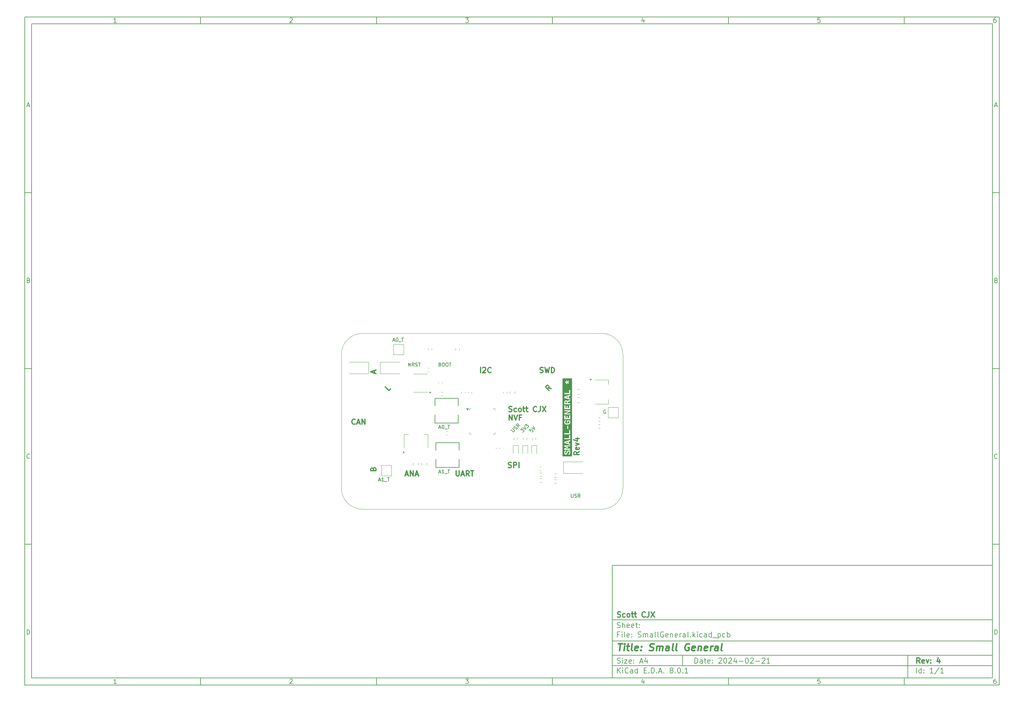
<source format=gbr>
%TF.GenerationSoftware,KiCad,Pcbnew,8.0.1*%
%TF.CreationDate,2024-03-19T23:03:32+08:00*%
%TF.ProjectId,SmallGeneral,536d616c-6c47-4656-9e65-72616c2e6b69,4*%
%TF.SameCoordinates,Original*%
%TF.FileFunction,Legend,Top*%
%TF.FilePolarity,Positive*%
%FSLAX46Y46*%
G04 Gerber Fmt 4.6, Leading zero omitted, Abs format (unit mm)*
G04 Created by KiCad (PCBNEW 8.0.1) date 2024-03-19 23:03:32*
%MOMM*%
%LPD*%
G01*
G04 APERTURE LIST*
%ADD10C,0.100000*%
%ADD11C,0.150000*%
%ADD12C,0.300000*%
%ADD13C,0.400000*%
%ADD14C,0.120000*%
%ADD15C,0.127000*%
%ADD16C,0.000000*%
%TA.AperFunction,Profile*%
%ADD17C,0.100000*%
%TD*%
G04 APERTURE END LIST*
D10*
D11*
X177002200Y-166007200D02*
X285002200Y-166007200D01*
X285002200Y-198007200D01*
X177002200Y-198007200D01*
X177002200Y-166007200D01*
D10*
D11*
X10000000Y-10000000D02*
X287002200Y-10000000D01*
X287002200Y-200007200D01*
X10000000Y-200007200D01*
X10000000Y-10000000D01*
D10*
D11*
X12000000Y-12000000D02*
X285002200Y-12000000D01*
X285002200Y-198007200D01*
X12000000Y-198007200D01*
X12000000Y-12000000D01*
D10*
D11*
X60000000Y-12000000D02*
X60000000Y-10000000D01*
D10*
D11*
X110000000Y-12000000D02*
X110000000Y-10000000D01*
D10*
D11*
X160000000Y-12000000D02*
X160000000Y-10000000D01*
D10*
D11*
X210000000Y-12000000D02*
X210000000Y-10000000D01*
D10*
D11*
X260000000Y-12000000D02*
X260000000Y-10000000D01*
D10*
D11*
X36089160Y-11593604D02*
X35346303Y-11593604D01*
X35717731Y-11593604D02*
X35717731Y-10293604D01*
X35717731Y-10293604D02*
X35593922Y-10479319D01*
X35593922Y-10479319D02*
X35470112Y-10603128D01*
X35470112Y-10603128D02*
X35346303Y-10665033D01*
D10*
D11*
X85346303Y-10417414D02*
X85408207Y-10355509D01*
X85408207Y-10355509D02*
X85532017Y-10293604D01*
X85532017Y-10293604D02*
X85841541Y-10293604D01*
X85841541Y-10293604D02*
X85965350Y-10355509D01*
X85965350Y-10355509D02*
X86027255Y-10417414D01*
X86027255Y-10417414D02*
X86089160Y-10541223D01*
X86089160Y-10541223D02*
X86089160Y-10665033D01*
X86089160Y-10665033D02*
X86027255Y-10850747D01*
X86027255Y-10850747D02*
X85284398Y-11593604D01*
X85284398Y-11593604D02*
X86089160Y-11593604D01*
D10*
D11*
X135284398Y-10293604D02*
X136089160Y-10293604D01*
X136089160Y-10293604D02*
X135655826Y-10788842D01*
X135655826Y-10788842D02*
X135841541Y-10788842D01*
X135841541Y-10788842D02*
X135965350Y-10850747D01*
X135965350Y-10850747D02*
X136027255Y-10912652D01*
X136027255Y-10912652D02*
X136089160Y-11036461D01*
X136089160Y-11036461D02*
X136089160Y-11345985D01*
X136089160Y-11345985D02*
X136027255Y-11469795D01*
X136027255Y-11469795D02*
X135965350Y-11531700D01*
X135965350Y-11531700D02*
X135841541Y-11593604D01*
X135841541Y-11593604D02*
X135470112Y-11593604D01*
X135470112Y-11593604D02*
X135346303Y-11531700D01*
X135346303Y-11531700D02*
X135284398Y-11469795D01*
D10*
D11*
X185965350Y-10726938D02*
X185965350Y-11593604D01*
X185655826Y-10231700D02*
X185346303Y-11160271D01*
X185346303Y-11160271D02*
X186151064Y-11160271D01*
D10*
D11*
X236027255Y-10293604D02*
X235408207Y-10293604D01*
X235408207Y-10293604D02*
X235346303Y-10912652D01*
X235346303Y-10912652D02*
X235408207Y-10850747D01*
X235408207Y-10850747D02*
X235532017Y-10788842D01*
X235532017Y-10788842D02*
X235841541Y-10788842D01*
X235841541Y-10788842D02*
X235965350Y-10850747D01*
X235965350Y-10850747D02*
X236027255Y-10912652D01*
X236027255Y-10912652D02*
X236089160Y-11036461D01*
X236089160Y-11036461D02*
X236089160Y-11345985D01*
X236089160Y-11345985D02*
X236027255Y-11469795D01*
X236027255Y-11469795D02*
X235965350Y-11531700D01*
X235965350Y-11531700D02*
X235841541Y-11593604D01*
X235841541Y-11593604D02*
X235532017Y-11593604D01*
X235532017Y-11593604D02*
X235408207Y-11531700D01*
X235408207Y-11531700D02*
X235346303Y-11469795D01*
D10*
D11*
X285965350Y-10293604D02*
X285717731Y-10293604D01*
X285717731Y-10293604D02*
X285593922Y-10355509D01*
X285593922Y-10355509D02*
X285532017Y-10417414D01*
X285532017Y-10417414D02*
X285408207Y-10603128D01*
X285408207Y-10603128D02*
X285346303Y-10850747D01*
X285346303Y-10850747D02*
X285346303Y-11345985D01*
X285346303Y-11345985D02*
X285408207Y-11469795D01*
X285408207Y-11469795D02*
X285470112Y-11531700D01*
X285470112Y-11531700D02*
X285593922Y-11593604D01*
X285593922Y-11593604D02*
X285841541Y-11593604D01*
X285841541Y-11593604D02*
X285965350Y-11531700D01*
X285965350Y-11531700D02*
X286027255Y-11469795D01*
X286027255Y-11469795D02*
X286089160Y-11345985D01*
X286089160Y-11345985D02*
X286089160Y-11036461D01*
X286089160Y-11036461D02*
X286027255Y-10912652D01*
X286027255Y-10912652D02*
X285965350Y-10850747D01*
X285965350Y-10850747D02*
X285841541Y-10788842D01*
X285841541Y-10788842D02*
X285593922Y-10788842D01*
X285593922Y-10788842D02*
X285470112Y-10850747D01*
X285470112Y-10850747D02*
X285408207Y-10912652D01*
X285408207Y-10912652D02*
X285346303Y-11036461D01*
D10*
D11*
X60000000Y-198007200D02*
X60000000Y-200007200D01*
D10*
D11*
X110000000Y-198007200D02*
X110000000Y-200007200D01*
D10*
D11*
X160000000Y-198007200D02*
X160000000Y-200007200D01*
D10*
D11*
X210000000Y-198007200D02*
X210000000Y-200007200D01*
D10*
D11*
X260000000Y-198007200D02*
X260000000Y-200007200D01*
D10*
D11*
X36089160Y-199600804D02*
X35346303Y-199600804D01*
X35717731Y-199600804D02*
X35717731Y-198300804D01*
X35717731Y-198300804D02*
X35593922Y-198486519D01*
X35593922Y-198486519D02*
X35470112Y-198610328D01*
X35470112Y-198610328D02*
X35346303Y-198672233D01*
D10*
D11*
X85346303Y-198424614D02*
X85408207Y-198362709D01*
X85408207Y-198362709D02*
X85532017Y-198300804D01*
X85532017Y-198300804D02*
X85841541Y-198300804D01*
X85841541Y-198300804D02*
X85965350Y-198362709D01*
X85965350Y-198362709D02*
X86027255Y-198424614D01*
X86027255Y-198424614D02*
X86089160Y-198548423D01*
X86089160Y-198548423D02*
X86089160Y-198672233D01*
X86089160Y-198672233D02*
X86027255Y-198857947D01*
X86027255Y-198857947D02*
X85284398Y-199600804D01*
X85284398Y-199600804D02*
X86089160Y-199600804D01*
D10*
D11*
X135284398Y-198300804D02*
X136089160Y-198300804D01*
X136089160Y-198300804D02*
X135655826Y-198796042D01*
X135655826Y-198796042D02*
X135841541Y-198796042D01*
X135841541Y-198796042D02*
X135965350Y-198857947D01*
X135965350Y-198857947D02*
X136027255Y-198919852D01*
X136027255Y-198919852D02*
X136089160Y-199043661D01*
X136089160Y-199043661D02*
X136089160Y-199353185D01*
X136089160Y-199353185D02*
X136027255Y-199476995D01*
X136027255Y-199476995D02*
X135965350Y-199538900D01*
X135965350Y-199538900D02*
X135841541Y-199600804D01*
X135841541Y-199600804D02*
X135470112Y-199600804D01*
X135470112Y-199600804D02*
X135346303Y-199538900D01*
X135346303Y-199538900D02*
X135284398Y-199476995D01*
D10*
D11*
X185965350Y-198734138D02*
X185965350Y-199600804D01*
X185655826Y-198238900D02*
X185346303Y-199167471D01*
X185346303Y-199167471D02*
X186151064Y-199167471D01*
D10*
D11*
X236027255Y-198300804D02*
X235408207Y-198300804D01*
X235408207Y-198300804D02*
X235346303Y-198919852D01*
X235346303Y-198919852D02*
X235408207Y-198857947D01*
X235408207Y-198857947D02*
X235532017Y-198796042D01*
X235532017Y-198796042D02*
X235841541Y-198796042D01*
X235841541Y-198796042D02*
X235965350Y-198857947D01*
X235965350Y-198857947D02*
X236027255Y-198919852D01*
X236027255Y-198919852D02*
X236089160Y-199043661D01*
X236089160Y-199043661D02*
X236089160Y-199353185D01*
X236089160Y-199353185D02*
X236027255Y-199476995D01*
X236027255Y-199476995D02*
X235965350Y-199538900D01*
X235965350Y-199538900D02*
X235841541Y-199600804D01*
X235841541Y-199600804D02*
X235532017Y-199600804D01*
X235532017Y-199600804D02*
X235408207Y-199538900D01*
X235408207Y-199538900D02*
X235346303Y-199476995D01*
D10*
D11*
X285965350Y-198300804D02*
X285717731Y-198300804D01*
X285717731Y-198300804D02*
X285593922Y-198362709D01*
X285593922Y-198362709D02*
X285532017Y-198424614D01*
X285532017Y-198424614D02*
X285408207Y-198610328D01*
X285408207Y-198610328D02*
X285346303Y-198857947D01*
X285346303Y-198857947D02*
X285346303Y-199353185D01*
X285346303Y-199353185D02*
X285408207Y-199476995D01*
X285408207Y-199476995D02*
X285470112Y-199538900D01*
X285470112Y-199538900D02*
X285593922Y-199600804D01*
X285593922Y-199600804D02*
X285841541Y-199600804D01*
X285841541Y-199600804D02*
X285965350Y-199538900D01*
X285965350Y-199538900D02*
X286027255Y-199476995D01*
X286027255Y-199476995D02*
X286089160Y-199353185D01*
X286089160Y-199353185D02*
X286089160Y-199043661D01*
X286089160Y-199043661D02*
X286027255Y-198919852D01*
X286027255Y-198919852D02*
X285965350Y-198857947D01*
X285965350Y-198857947D02*
X285841541Y-198796042D01*
X285841541Y-198796042D02*
X285593922Y-198796042D01*
X285593922Y-198796042D02*
X285470112Y-198857947D01*
X285470112Y-198857947D02*
X285408207Y-198919852D01*
X285408207Y-198919852D02*
X285346303Y-199043661D01*
D10*
D11*
X10000000Y-60000000D02*
X12000000Y-60000000D01*
D10*
D11*
X10000000Y-110000000D02*
X12000000Y-110000000D01*
D10*
D11*
X10000000Y-160000000D02*
X12000000Y-160000000D01*
D10*
D11*
X10690476Y-35222176D02*
X11309523Y-35222176D01*
X10566666Y-35593604D02*
X10999999Y-34293604D01*
X10999999Y-34293604D02*
X11433333Y-35593604D01*
D10*
D11*
X11092857Y-84912652D02*
X11278571Y-84974557D01*
X11278571Y-84974557D02*
X11340476Y-85036461D01*
X11340476Y-85036461D02*
X11402380Y-85160271D01*
X11402380Y-85160271D02*
X11402380Y-85345985D01*
X11402380Y-85345985D02*
X11340476Y-85469795D01*
X11340476Y-85469795D02*
X11278571Y-85531700D01*
X11278571Y-85531700D02*
X11154761Y-85593604D01*
X11154761Y-85593604D02*
X10659523Y-85593604D01*
X10659523Y-85593604D02*
X10659523Y-84293604D01*
X10659523Y-84293604D02*
X11092857Y-84293604D01*
X11092857Y-84293604D02*
X11216666Y-84355509D01*
X11216666Y-84355509D02*
X11278571Y-84417414D01*
X11278571Y-84417414D02*
X11340476Y-84541223D01*
X11340476Y-84541223D02*
X11340476Y-84665033D01*
X11340476Y-84665033D02*
X11278571Y-84788842D01*
X11278571Y-84788842D02*
X11216666Y-84850747D01*
X11216666Y-84850747D02*
X11092857Y-84912652D01*
X11092857Y-84912652D02*
X10659523Y-84912652D01*
D10*
D11*
X11402380Y-135469795D02*
X11340476Y-135531700D01*
X11340476Y-135531700D02*
X11154761Y-135593604D01*
X11154761Y-135593604D02*
X11030952Y-135593604D01*
X11030952Y-135593604D02*
X10845238Y-135531700D01*
X10845238Y-135531700D02*
X10721428Y-135407890D01*
X10721428Y-135407890D02*
X10659523Y-135284080D01*
X10659523Y-135284080D02*
X10597619Y-135036461D01*
X10597619Y-135036461D02*
X10597619Y-134850747D01*
X10597619Y-134850747D02*
X10659523Y-134603128D01*
X10659523Y-134603128D02*
X10721428Y-134479319D01*
X10721428Y-134479319D02*
X10845238Y-134355509D01*
X10845238Y-134355509D02*
X11030952Y-134293604D01*
X11030952Y-134293604D02*
X11154761Y-134293604D01*
X11154761Y-134293604D02*
X11340476Y-134355509D01*
X11340476Y-134355509D02*
X11402380Y-134417414D01*
D10*
D11*
X10659523Y-185593604D02*
X10659523Y-184293604D01*
X10659523Y-184293604D02*
X10969047Y-184293604D01*
X10969047Y-184293604D02*
X11154761Y-184355509D01*
X11154761Y-184355509D02*
X11278571Y-184479319D01*
X11278571Y-184479319D02*
X11340476Y-184603128D01*
X11340476Y-184603128D02*
X11402380Y-184850747D01*
X11402380Y-184850747D02*
X11402380Y-185036461D01*
X11402380Y-185036461D02*
X11340476Y-185284080D01*
X11340476Y-185284080D02*
X11278571Y-185407890D01*
X11278571Y-185407890D02*
X11154761Y-185531700D01*
X11154761Y-185531700D02*
X10969047Y-185593604D01*
X10969047Y-185593604D02*
X10659523Y-185593604D01*
D10*
D11*
X287002200Y-60000000D02*
X285002200Y-60000000D01*
D10*
D11*
X287002200Y-110000000D02*
X285002200Y-110000000D01*
D10*
D11*
X287002200Y-160000000D02*
X285002200Y-160000000D01*
D10*
D11*
X285692676Y-35222176D02*
X286311723Y-35222176D01*
X285568866Y-35593604D02*
X286002199Y-34293604D01*
X286002199Y-34293604D02*
X286435533Y-35593604D01*
D10*
D11*
X286095057Y-84912652D02*
X286280771Y-84974557D01*
X286280771Y-84974557D02*
X286342676Y-85036461D01*
X286342676Y-85036461D02*
X286404580Y-85160271D01*
X286404580Y-85160271D02*
X286404580Y-85345985D01*
X286404580Y-85345985D02*
X286342676Y-85469795D01*
X286342676Y-85469795D02*
X286280771Y-85531700D01*
X286280771Y-85531700D02*
X286156961Y-85593604D01*
X286156961Y-85593604D02*
X285661723Y-85593604D01*
X285661723Y-85593604D02*
X285661723Y-84293604D01*
X285661723Y-84293604D02*
X286095057Y-84293604D01*
X286095057Y-84293604D02*
X286218866Y-84355509D01*
X286218866Y-84355509D02*
X286280771Y-84417414D01*
X286280771Y-84417414D02*
X286342676Y-84541223D01*
X286342676Y-84541223D02*
X286342676Y-84665033D01*
X286342676Y-84665033D02*
X286280771Y-84788842D01*
X286280771Y-84788842D02*
X286218866Y-84850747D01*
X286218866Y-84850747D02*
X286095057Y-84912652D01*
X286095057Y-84912652D02*
X285661723Y-84912652D01*
D10*
D11*
X286404580Y-135469795D02*
X286342676Y-135531700D01*
X286342676Y-135531700D02*
X286156961Y-135593604D01*
X286156961Y-135593604D02*
X286033152Y-135593604D01*
X286033152Y-135593604D02*
X285847438Y-135531700D01*
X285847438Y-135531700D02*
X285723628Y-135407890D01*
X285723628Y-135407890D02*
X285661723Y-135284080D01*
X285661723Y-135284080D02*
X285599819Y-135036461D01*
X285599819Y-135036461D02*
X285599819Y-134850747D01*
X285599819Y-134850747D02*
X285661723Y-134603128D01*
X285661723Y-134603128D02*
X285723628Y-134479319D01*
X285723628Y-134479319D02*
X285847438Y-134355509D01*
X285847438Y-134355509D02*
X286033152Y-134293604D01*
X286033152Y-134293604D02*
X286156961Y-134293604D01*
X286156961Y-134293604D02*
X286342676Y-134355509D01*
X286342676Y-134355509D02*
X286404580Y-134417414D01*
D10*
D11*
X285661723Y-185593604D02*
X285661723Y-184293604D01*
X285661723Y-184293604D02*
X285971247Y-184293604D01*
X285971247Y-184293604D02*
X286156961Y-184355509D01*
X286156961Y-184355509D02*
X286280771Y-184479319D01*
X286280771Y-184479319D02*
X286342676Y-184603128D01*
X286342676Y-184603128D02*
X286404580Y-184850747D01*
X286404580Y-184850747D02*
X286404580Y-185036461D01*
X286404580Y-185036461D02*
X286342676Y-185284080D01*
X286342676Y-185284080D02*
X286280771Y-185407890D01*
X286280771Y-185407890D02*
X286156961Y-185531700D01*
X286156961Y-185531700D02*
X285971247Y-185593604D01*
X285971247Y-185593604D02*
X285661723Y-185593604D01*
D10*
D11*
X200458026Y-193793328D02*
X200458026Y-192293328D01*
X200458026Y-192293328D02*
X200815169Y-192293328D01*
X200815169Y-192293328D02*
X201029455Y-192364757D01*
X201029455Y-192364757D02*
X201172312Y-192507614D01*
X201172312Y-192507614D02*
X201243741Y-192650471D01*
X201243741Y-192650471D02*
X201315169Y-192936185D01*
X201315169Y-192936185D02*
X201315169Y-193150471D01*
X201315169Y-193150471D02*
X201243741Y-193436185D01*
X201243741Y-193436185D02*
X201172312Y-193579042D01*
X201172312Y-193579042D02*
X201029455Y-193721900D01*
X201029455Y-193721900D02*
X200815169Y-193793328D01*
X200815169Y-193793328D02*
X200458026Y-193793328D01*
X202600884Y-193793328D02*
X202600884Y-193007614D01*
X202600884Y-193007614D02*
X202529455Y-192864757D01*
X202529455Y-192864757D02*
X202386598Y-192793328D01*
X202386598Y-192793328D02*
X202100884Y-192793328D01*
X202100884Y-192793328D02*
X201958026Y-192864757D01*
X202600884Y-193721900D02*
X202458026Y-193793328D01*
X202458026Y-193793328D02*
X202100884Y-193793328D01*
X202100884Y-193793328D02*
X201958026Y-193721900D01*
X201958026Y-193721900D02*
X201886598Y-193579042D01*
X201886598Y-193579042D02*
X201886598Y-193436185D01*
X201886598Y-193436185D02*
X201958026Y-193293328D01*
X201958026Y-193293328D02*
X202100884Y-193221900D01*
X202100884Y-193221900D02*
X202458026Y-193221900D01*
X202458026Y-193221900D02*
X202600884Y-193150471D01*
X203100884Y-192793328D02*
X203672312Y-192793328D01*
X203315169Y-192293328D02*
X203315169Y-193579042D01*
X203315169Y-193579042D02*
X203386598Y-193721900D01*
X203386598Y-193721900D02*
X203529455Y-193793328D01*
X203529455Y-193793328D02*
X203672312Y-193793328D01*
X204743741Y-193721900D02*
X204600884Y-193793328D01*
X204600884Y-193793328D02*
X204315170Y-193793328D01*
X204315170Y-193793328D02*
X204172312Y-193721900D01*
X204172312Y-193721900D02*
X204100884Y-193579042D01*
X204100884Y-193579042D02*
X204100884Y-193007614D01*
X204100884Y-193007614D02*
X204172312Y-192864757D01*
X204172312Y-192864757D02*
X204315170Y-192793328D01*
X204315170Y-192793328D02*
X204600884Y-192793328D01*
X204600884Y-192793328D02*
X204743741Y-192864757D01*
X204743741Y-192864757D02*
X204815170Y-193007614D01*
X204815170Y-193007614D02*
X204815170Y-193150471D01*
X204815170Y-193150471D02*
X204100884Y-193293328D01*
X205458026Y-193650471D02*
X205529455Y-193721900D01*
X205529455Y-193721900D02*
X205458026Y-193793328D01*
X205458026Y-193793328D02*
X205386598Y-193721900D01*
X205386598Y-193721900D02*
X205458026Y-193650471D01*
X205458026Y-193650471D02*
X205458026Y-193793328D01*
X205458026Y-192864757D02*
X205529455Y-192936185D01*
X205529455Y-192936185D02*
X205458026Y-193007614D01*
X205458026Y-193007614D02*
X205386598Y-192936185D01*
X205386598Y-192936185D02*
X205458026Y-192864757D01*
X205458026Y-192864757D02*
X205458026Y-193007614D01*
X207243741Y-192436185D02*
X207315169Y-192364757D01*
X207315169Y-192364757D02*
X207458027Y-192293328D01*
X207458027Y-192293328D02*
X207815169Y-192293328D01*
X207815169Y-192293328D02*
X207958027Y-192364757D01*
X207958027Y-192364757D02*
X208029455Y-192436185D01*
X208029455Y-192436185D02*
X208100884Y-192579042D01*
X208100884Y-192579042D02*
X208100884Y-192721900D01*
X208100884Y-192721900D02*
X208029455Y-192936185D01*
X208029455Y-192936185D02*
X207172312Y-193793328D01*
X207172312Y-193793328D02*
X208100884Y-193793328D01*
X209029455Y-192293328D02*
X209172312Y-192293328D01*
X209172312Y-192293328D02*
X209315169Y-192364757D01*
X209315169Y-192364757D02*
X209386598Y-192436185D01*
X209386598Y-192436185D02*
X209458026Y-192579042D01*
X209458026Y-192579042D02*
X209529455Y-192864757D01*
X209529455Y-192864757D02*
X209529455Y-193221900D01*
X209529455Y-193221900D02*
X209458026Y-193507614D01*
X209458026Y-193507614D02*
X209386598Y-193650471D01*
X209386598Y-193650471D02*
X209315169Y-193721900D01*
X209315169Y-193721900D02*
X209172312Y-193793328D01*
X209172312Y-193793328D02*
X209029455Y-193793328D01*
X209029455Y-193793328D02*
X208886598Y-193721900D01*
X208886598Y-193721900D02*
X208815169Y-193650471D01*
X208815169Y-193650471D02*
X208743740Y-193507614D01*
X208743740Y-193507614D02*
X208672312Y-193221900D01*
X208672312Y-193221900D02*
X208672312Y-192864757D01*
X208672312Y-192864757D02*
X208743740Y-192579042D01*
X208743740Y-192579042D02*
X208815169Y-192436185D01*
X208815169Y-192436185D02*
X208886598Y-192364757D01*
X208886598Y-192364757D02*
X209029455Y-192293328D01*
X210100883Y-192436185D02*
X210172311Y-192364757D01*
X210172311Y-192364757D02*
X210315169Y-192293328D01*
X210315169Y-192293328D02*
X210672311Y-192293328D01*
X210672311Y-192293328D02*
X210815169Y-192364757D01*
X210815169Y-192364757D02*
X210886597Y-192436185D01*
X210886597Y-192436185D02*
X210958026Y-192579042D01*
X210958026Y-192579042D02*
X210958026Y-192721900D01*
X210958026Y-192721900D02*
X210886597Y-192936185D01*
X210886597Y-192936185D02*
X210029454Y-193793328D01*
X210029454Y-193793328D02*
X210958026Y-193793328D01*
X212243740Y-192793328D02*
X212243740Y-193793328D01*
X211886597Y-192221900D02*
X211529454Y-193293328D01*
X211529454Y-193293328D02*
X212458025Y-193293328D01*
X213029453Y-193221900D02*
X214172311Y-193221900D01*
X215172311Y-192293328D02*
X215315168Y-192293328D01*
X215315168Y-192293328D02*
X215458025Y-192364757D01*
X215458025Y-192364757D02*
X215529454Y-192436185D01*
X215529454Y-192436185D02*
X215600882Y-192579042D01*
X215600882Y-192579042D02*
X215672311Y-192864757D01*
X215672311Y-192864757D02*
X215672311Y-193221900D01*
X215672311Y-193221900D02*
X215600882Y-193507614D01*
X215600882Y-193507614D02*
X215529454Y-193650471D01*
X215529454Y-193650471D02*
X215458025Y-193721900D01*
X215458025Y-193721900D02*
X215315168Y-193793328D01*
X215315168Y-193793328D02*
X215172311Y-193793328D01*
X215172311Y-193793328D02*
X215029454Y-193721900D01*
X215029454Y-193721900D02*
X214958025Y-193650471D01*
X214958025Y-193650471D02*
X214886596Y-193507614D01*
X214886596Y-193507614D02*
X214815168Y-193221900D01*
X214815168Y-193221900D02*
X214815168Y-192864757D01*
X214815168Y-192864757D02*
X214886596Y-192579042D01*
X214886596Y-192579042D02*
X214958025Y-192436185D01*
X214958025Y-192436185D02*
X215029454Y-192364757D01*
X215029454Y-192364757D02*
X215172311Y-192293328D01*
X216243739Y-192436185D02*
X216315167Y-192364757D01*
X216315167Y-192364757D02*
X216458025Y-192293328D01*
X216458025Y-192293328D02*
X216815167Y-192293328D01*
X216815167Y-192293328D02*
X216958025Y-192364757D01*
X216958025Y-192364757D02*
X217029453Y-192436185D01*
X217029453Y-192436185D02*
X217100882Y-192579042D01*
X217100882Y-192579042D02*
X217100882Y-192721900D01*
X217100882Y-192721900D02*
X217029453Y-192936185D01*
X217029453Y-192936185D02*
X216172310Y-193793328D01*
X216172310Y-193793328D02*
X217100882Y-193793328D01*
X217743738Y-193221900D02*
X218886596Y-193221900D01*
X219529453Y-192436185D02*
X219600881Y-192364757D01*
X219600881Y-192364757D02*
X219743739Y-192293328D01*
X219743739Y-192293328D02*
X220100881Y-192293328D01*
X220100881Y-192293328D02*
X220243739Y-192364757D01*
X220243739Y-192364757D02*
X220315167Y-192436185D01*
X220315167Y-192436185D02*
X220386596Y-192579042D01*
X220386596Y-192579042D02*
X220386596Y-192721900D01*
X220386596Y-192721900D02*
X220315167Y-192936185D01*
X220315167Y-192936185D02*
X219458024Y-193793328D01*
X219458024Y-193793328D02*
X220386596Y-193793328D01*
X221815167Y-193793328D02*
X220958024Y-193793328D01*
X221386595Y-193793328D02*
X221386595Y-192293328D01*
X221386595Y-192293328D02*
X221243738Y-192507614D01*
X221243738Y-192507614D02*
X221100881Y-192650471D01*
X221100881Y-192650471D02*
X220958024Y-192721900D01*
D10*
D11*
X177002200Y-194507200D02*
X285002200Y-194507200D01*
D10*
D11*
X178458026Y-196593328D02*
X178458026Y-195093328D01*
X179315169Y-196593328D02*
X178672312Y-195736185D01*
X179315169Y-195093328D02*
X178458026Y-195950471D01*
X179958026Y-196593328D02*
X179958026Y-195593328D01*
X179958026Y-195093328D02*
X179886598Y-195164757D01*
X179886598Y-195164757D02*
X179958026Y-195236185D01*
X179958026Y-195236185D02*
X180029455Y-195164757D01*
X180029455Y-195164757D02*
X179958026Y-195093328D01*
X179958026Y-195093328D02*
X179958026Y-195236185D01*
X181529455Y-196450471D02*
X181458027Y-196521900D01*
X181458027Y-196521900D02*
X181243741Y-196593328D01*
X181243741Y-196593328D02*
X181100884Y-196593328D01*
X181100884Y-196593328D02*
X180886598Y-196521900D01*
X180886598Y-196521900D02*
X180743741Y-196379042D01*
X180743741Y-196379042D02*
X180672312Y-196236185D01*
X180672312Y-196236185D02*
X180600884Y-195950471D01*
X180600884Y-195950471D02*
X180600884Y-195736185D01*
X180600884Y-195736185D02*
X180672312Y-195450471D01*
X180672312Y-195450471D02*
X180743741Y-195307614D01*
X180743741Y-195307614D02*
X180886598Y-195164757D01*
X180886598Y-195164757D02*
X181100884Y-195093328D01*
X181100884Y-195093328D02*
X181243741Y-195093328D01*
X181243741Y-195093328D02*
X181458027Y-195164757D01*
X181458027Y-195164757D02*
X181529455Y-195236185D01*
X182815170Y-196593328D02*
X182815170Y-195807614D01*
X182815170Y-195807614D02*
X182743741Y-195664757D01*
X182743741Y-195664757D02*
X182600884Y-195593328D01*
X182600884Y-195593328D02*
X182315170Y-195593328D01*
X182315170Y-195593328D02*
X182172312Y-195664757D01*
X182815170Y-196521900D02*
X182672312Y-196593328D01*
X182672312Y-196593328D02*
X182315170Y-196593328D01*
X182315170Y-196593328D02*
X182172312Y-196521900D01*
X182172312Y-196521900D02*
X182100884Y-196379042D01*
X182100884Y-196379042D02*
X182100884Y-196236185D01*
X182100884Y-196236185D02*
X182172312Y-196093328D01*
X182172312Y-196093328D02*
X182315170Y-196021900D01*
X182315170Y-196021900D02*
X182672312Y-196021900D01*
X182672312Y-196021900D02*
X182815170Y-195950471D01*
X184172313Y-196593328D02*
X184172313Y-195093328D01*
X184172313Y-196521900D02*
X184029455Y-196593328D01*
X184029455Y-196593328D02*
X183743741Y-196593328D01*
X183743741Y-196593328D02*
X183600884Y-196521900D01*
X183600884Y-196521900D02*
X183529455Y-196450471D01*
X183529455Y-196450471D02*
X183458027Y-196307614D01*
X183458027Y-196307614D02*
X183458027Y-195879042D01*
X183458027Y-195879042D02*
X183529455Y-195736185D01*
X183529455Y-195736185D02*
X183600884Y-195664757D01*
X183600884Y-195664757D02*
X183743741Y-195593328D01*
X183743741Y-195593328D02*
X184029455Y-195593328D01*
X184029455Y-195593328D02*
X184172313Y-195664757D01*
X186029455Y-195807614D02*
X186529455Y-195807614D01*
X186743741Y-196593328D02*
X186029455Y-196593328D01*
X186029455Y-196593328D02*
X186029455Y-195093328D01*
X186029455Y-195093328D02*
X186743741Y-195093328D01*
X187386598Y-196450471D02*
X187458027Y-196521900D01*
X187458027Y-196521900D02*
X187386598Y-196593328D01*
X187386598Y-196593328D02*
X187315170Y-196521900D01*
X187315170Y-196521900D02*
X187386598Y-196450471D01*
X187386598Y-196450471D02*
X187386598Y-196593328D01*
X188100884Y-196593328D02*
X188100884Y-195093328D01*
X188100884Y-195093328D02*
X188458027Y-195093328D01*
X188458027Y-195093328D02*
X188672313Y-195164757D01*
X188672313Y-195164757D02*
X188815170Y-195307614D01*
X188815170Y-195307614D02*
X188886599Y-195450471D01*
X188886599Y-195450471D02*
X188958027Y-195736185D01*
X188958027Y-195736185D02*
X188958027Y-195950471D01*
X188958027Y-195950471D02*
X188886599Y-196236185D01*
X188886599Y-196236185D02*
X188815170Y-196379042D01*
X188815170Y-196379042D02*
X188672313Y-196521900D01*
X188672313Y-196521900D02*
X188458027Y-196593328D01*
X188458027Y-196593328D02*
X188100884Y-196593328D01*
X189600884Y-196450471D02*
X189672313Y-196521900D01*
X189672313Y-196521900D02*
X189600884Y-196593328D01*
X189600884Y-196593328D02*
X189529456Y-196521900D01*
X189529456Y-196521900D02*
X189600884Y-196450471D01*
X189600884Y-196450471D02*
X189600884Y-196593328D01*
X190243742Y-196164757D02*
X190958028Y-196164757D01*
X190100885Y-196593328D02*
X190600885Y-195093328D01*
X190600885Y-195093328D02*
X191100885Y-196593328D01*
X191600884Y-196450471D02*
X191672313Y-196521900D01*
X191672313Y-196521900D02*
X191600884Y-196593328D01*
X191600884Y-196593328D02*
X191529456Y-196521900D01*
X191529456Y-196521900D02*
X191600884Y-196450471D01*
X191600884Y-196450471D02*
X191600884Y-196593328D01*
X193672313Y-195736185D02*
X193529456Y-195664757D01*
X193529456Y-195664757D02*
X193458027Y-195593328D01*
X193458027Y-195593328D02*
X193386599Y-195450471D01*
X193386599Y-195450471D02*
X193386599Y-195379042D01*
X193386599Y-195379042D02*
X193458027Y-195236185D01*
X193458027Y-195236185D02*
X193529456Y-195164757D01*
X193529456Y-195164757D02*
X193672313Y-195093328D01*
X193672313Y-195093328D02*
X193958027Y-195093328D01*
X193958027Y-195093328D02*
X194100885Y-195164757D01*
X194100885Y-195164757D02*
X194172313Y-195236185D01*
X194172313Y-195236185D02*
X194243742Y-195379042D01*
X194243742Y-195379042D02*
X194243742Y-195450471D01*
X194243742Y-195450471D02*
X194172313Y-195593328D01*
X194172313Y-195593328D02*
X194100885Y-195664757D01*
X194100885Y-195664757D02*
X193958027Y-195736185D01*
X193958027Y-195736185D02*
X193672313Y-195736185D01*
X193672313Y-195736185D02*
X193529456Y-195807614D01*
X193529456Y-195807614D02*
X193458027Y-195879042D01*
X193458027Y-195879042D02*
X193386599Y-196021900D01*
X193386599Y-196021900D02*
X193386599Y-196307614D01*
X193386599Y-196307614D02*
X193458027Y-196450471D01*
X193458027Y-196450471D02*
X193529456Y-196521900D01*
X193529456Y-196521900D02*
X193672313Y-196593328D01*
X193672313Y-196593328D02*
X193958027Y-196593328D01*
X193958027Y-196593328D02*
X194100885Y-196521900D01*
X194100885Y-196521900D02*
X194172313Y-196450471D01*
X194172313Y-196450471D02*
X194243742Y-196307614D01*
X194243742Y-196307614D02*
X194243742Y-196021900D01*
X194243742Y-196021900D02*
X194172313Y-195879042D01*
X194172313Y-195879042D02*
X194100885Y-195807614D01*
X194100885Y-195807614D02*
X193958027Y-195736185D01*
X194886598Y-196450471D02*
X194958027Y-196521900D01*
X194958027Y-196521900D02*
X194886598Y-196593328D01*
X194886598Y-196593328D02*
X194815170Y-196521900D01*
X194815170Y-196521900D02*
X194886598Y-196450471D01*
X194886598Y-196450471D02*
X194886598Y-196593328D01*
X195886599Y-195093328D02*
X196029456Y-195093328D01*
X196029456Y-195093328D02*
X196172313Y-195164757D01*
X196172313Y-195164757D02*
X196243742Y-195236185D01*
X196243742Y-195236185D02*
X196315170Y-195379042D01*
X196315170Y-195379042D02*
X196386599Y-195664757D01*
X196386599Y-195664757D02*
X196386599Y-196021900D01*
X196386599Y-196021900D02*
X196315170Y-196307614D01*
X196315170Y-196307614D02*
X196243742Y-196450471D01*
X196243742Y-196450471D02*
X196172313Y-196521900D01*
X196172313Y-196521900D02*
X196029456Y-196593328D01*
X196029456Y-196593328D02*
X195886599Y-196593328D01*
X195886599Y-196593328D02*
X195743742Y-196521900D01*
X195743742Y-196521900D02*
X195672313Y-196450471D01*
X195672313Y-196450471D02*
X195600884Y-196307614D01*
X195600884Y-196307614D02*
X195529456Y-196021900D01*
X195529456Y-196021900D02*
X195529456Y-195664757D01*
X195529456Y-195664757D02*
X195600884Y-195379042D01*
X195600884Y-195379042D02*
X195672313Y-195236185D01*
X195672313Y-195236185D02*
X195743742Y-195164757D01*
X195743742Y-195164757D02*
X195886599Y-195093328D01*
X197029455Y-196450471D02*
X197100884Y-196521900D01*
X197100884Y-196521900D02*
X197029455Y-196593328D01*
X197029455Y-196593328D02*
X196958027Y-196521900D01*
X196958027Y-196521900D02*
X197029455Y-196450471D01*
X197029455Y-196450471D02*
X197029455Y-196593328D01*
X198529456Y-196593328D02*
X197672313Y-196593328D01*
X198100884Y-196593328D02*
X198100884Y-195093328D01*
X198100884Y-195093328D02*
X197958027Y-195307614D01*
X197958027Y-195307614D02*
X197815170Y-195450471D01*
X197815170Y-195450471D02*
X197672313Y-195521900D01*
D10*
D11*
X177002200Y-191507200D02*
X285002200Y-191507200D01*
D10*
D12*
X264413853Y-193785528D02*
X263913853Y-193071242D01*
X263556710Y-193785528D02*
X263556710Y-192285528D01*
X263556710Y-192285528D02*
X264128139Y-192285528D01*
X264128139Y-192285528D02*
X264270996Y-192356957D01*
X264270996Y-192356957D02*
X264342425Y-192428385D01*
X264342425Y-192428385D02*
X264413853Y-192571242D01*
X264413853Y-192571242D02*
X264413853Y-192785528D01*
X264413853Y-192785528D02*
X264342425Y-192928385D01*
X264342425Y-192928385D02*
X264270996Y-192999814D01*
X264270996Y-192999814D02*
X264128139Y-193071242D01*
X264128139Y-193071242D02*
X263556710Y-193071242D01*
X265628139Y-193714100D02*
X265485282Y-193785528D01*
X265485282Y-193785528D02*
X265199568Y-193785528D01*
X265199568Y-193785528D02*
X265056710Y-193714100D01*
X265056710Y-193714100D02*
X264985282Y-193571242D01*
X264985282Y-193571242D02*
X264985282Y-192999814D01*
X264985282Y-192999814D02*
X265056710Y-192856957D01*
X265056710Y-192856957D02*
X265199568Y-192785528D01*
X265199568Y-192785528D02*
X265485282Y-192785528D01*
X265485282Y-192785528D02*
X265628139Y-192856957D01*
X265628139Y-192856957D02*
X265699568Y-192999814D01*
X265699568Y-192999814D02*
X265699568Y-193142671D01*
X265699568Y-193142671D02*
X264985282Y-193285528D01*
X266199567Y-192785528D02*
X266556710Y-193785528D01*
X266556710Y-193785528D02*
X266913853Y-192785528D01*
X267485281Y-193642671D02*
X267556710Y-193714100D01*
X267556710Y-193714100D02*
X267485281Y-193785528D01*
X267485281Y-193785528D02*
X267413853Y-193714100D01*
X267413853Y-193714100D02*
X267485281Y-193642671D01*
X267485281Y-193642671D02*
X267485281Y-193785528D01*
X267485281Y-192856957D02*
X267556710Y-192928385D01*
X267556710Y-192928385D02*
X267485281Y-192999814D01*
X267485281Y-192999814D02*
X267413853Y-192928385D01*
X267413853Y-192928385D02*
X267485281Y-192856957D01*
X267485281Y-192856957D02*
X267485281Y-192999814D01*
X269985282Y-192785528D02*
X269985282Y-193785528D01*
X269628139Y-192214100D02*
X269270996Y-193285528D01*
X269270996Y-193285528D02*
X270199567Y-193285528D01*
D10*
D11*
X178386598Y-193721900D02*
X178600884Y-193793328D01*
X178600884Y-193793328D02*
X178958026Y-193793328D01*
X178958026Y-193793328D02*
X179100884Y-193721900D01*
X179100884Y-193721900D02*
X179172312Y-193650471D01*
X179172312Y-193650471D02*
X179243741Y-193507614D01*
X179243741Y-193507614D02*
X179243741Y-193364757D01*
X179243741Y-193364757D02*
X179172312Y-193221900D01*
X179172312Y-193221900D02*
X179100884Y-193150471D01*
X179100884Y-193150471D02*
X178958026Y-193079042D01*
X178958026Y-193079042D02*
X178672312Y-193007614D01*
X178672312Y-193007614D02*
X178529455Y-192936185D01*
X178529455Y-192936185D02*
X178458026Y-192864757D01*
X178458026Y-192864757D02*
X178386598Y-192721900D01*
X178386598Y-192721900D02*
X178386598Y-192579042D01*
X178386598Y-192579042D02*
X178458026Y-192436185D01*
X178458026Y-192436185D02*
X178529455Y-192364757D01*
X178529455Y-192364757D02*
X178672312Y-192293328D01*
X178672312Y-192293328D02*
X179029455Y-192293328D01*
X179029455Y-192293328D02*
X179243741Y-192364757D01*
X179886597Y-193793328D02*
X179886597Y-192793328D01*
X179886597Y-192293328D02*
X179815169Y-192364757D01*
X179815169Y-192364757D02*
X179886597Y-192436185D01*
X179886597Y-192436185D02*
X179958026Y-192364757D01*
X179958026Y-192364757D02*
X179886597Y-192293328D01*
X179886597Y-192293328D02*
X179886597Y-192436185D01*
X180458026Y-192793328D02*
X181243741Y-192793328D01*
X181243741Y-192793328D02*
X180458026Y-193793328D01*
X180458026Y-193793328D02*
X181243741Y-193793328D01*
X182386598Y-193721900D02*
X182243741Y-193793328D01*
X182243741Y-193793328D02*
X181958027Y-193793328D01*
X181958027Y-193793328D02*
X181815169Y-193721900D01*
X181815169Y-193721900D02*
X181743741Y-193579042D01*
X181743741Y-193579042D02*
X181743741Y-193007614D01*
X181743741Y-193007614D02*
X181815169Y-192864757D01*
X181815169Y-192864757D02*
X181958027Y-192793328D01*
X181958027Y-192793328D02*
X182243741Y-192793328D01*
X182243741Y-192793328D02*
X182386598Y-192864757D01*
X182386598Y-192864757D02*
X182458027Y-193007614D01*
X182458027Y-193007614D02*
X182458027Y-193150471D01*
X182458027Y-193150471D02*
X181743741Y-193293328D01*
X183100883Y-193650471D02*
X183172312Y-193721900D01*
X183172312Y-193721900D02*
X183100883Y-193793328D01*
X183100883Y-193793328D02*
X183029455Y-193721900D01*
X183029455Y-193721900D02*
X183100883Y-193650471D01*
X183100883Y-193650471D02*
X183100883Y-193793328D01*
X183100883Y-192864757D02*
X183172312Y-192936185D01*
X183172312Y-192936185D02*
X183100883Y-193007614D01*
X183100883Y-193007614D02*
X183029455Y-192936185D01*
X183029455Y-192936185D02*
X183100883Y-192864757D01*
X183100883Y-192864757D02*
X183100883Y-193007614D01*
X184886598Y-193364757D02*
X185600884Y-193364757D01*
X184743741Y-193793328D02*
X185243741Y-192293328D01*
X185243741Y-192293328D02*
X185743741Y-193793328D01*
X186886598Y-192793328D02*
X186886598Y-193793328D01*
X186529455Y-192221900D02*
X186172312Y-193293328D01*
X186172312Y-193293328D02*
X187100883Y-193293328D01*
D10*
D11*
X263458026Y-196593328D02*
X263458026Y-195093328D01*
X264815170Y-196593328D02*
X264815170Y-195093328D01*
X264815170Y-196521900D02*
X264672312Y-196593328D01*
X264672312Y-196593328D02*
X264386598Y-196593328D01*
X264386598Y-196593328D02*
X264243741Y-196521900D01*
X264243741Y-196521900D02*
X264172312Y-196450471D01*
X264172312Y-196450471D02*
X264100884Y-196307614D01*
X264100884Y-196307614D02*
X264100884Y-195879042D01*
X264100884Y-195879042D02*
X264172312Y-195736185D01*
X264172312Y-195736185D02*
X264243741Y-195664757D01*
X264243741Y-195664757D02*
X264386598Y-195593328D01*
X264386598Y-195593328D02*
X264672312Y-195593328D01*
X264672312Y-195593328D02*
X264815170Y-195664757D01*
X265529455Y-196450471D02*
X265600884Y-196521900D01*
X265600884Y-196521900D02*
X265529455Y-196593328D01*
X265529455Y-196593328D02*
X265458027Y-196521900D01*
X265458027Y-196521900D02*
X265529455Y-196450471D01*
X265529455Y-196450471D02*
X265529455Y-196593328D01*
X265529455Y-195664757D02*
X265600884Y-195736185D01*
X265600884Y-195736185D02*
X265529455Y-195807614D01*
X265529455Y-195807614D02*
X265458027Y-195736185D01*
X265458027Y-195736185D02*
X265529455Y-195664757D01*
X265529455Y-195664757D02*
X265529455Y-195807614D01*
X268172313Y-196593328D02*
X267315170Y-196593328D01*
X267743741Y-196593328D02*
X267743741Y-195093328D01*
X267743741Y-195093328D02*
X267600884Y-195307614D01*
X267600884Y-195307614D02*
X267458027Y-195450471D01*
X267458027Y-195450471D02*
X267315170Y-195521900D01*
X269886598Y-195021900D02*
X268600884Y-196950471D01*
X271172313Y-196593328D02*
X270315170Y-196593328D01*
X270743741Y-196593328D02*
X270743741Y-195093328D01*
X270743741Y-195093328D02*
X270600884Y-195307614D01*
X270600884Y-195307614D02*
X270458027Y-195450471D01*
X270458027Y-195450471D02*
X270315170Y-195521900D01*
D10*
D11*
X177002200Y-187507200D02*
X285002200Y-187507200D01*
D10*
D13*
X178693928Y-188211638D02*
X179836785Y-188211638D01*
X179015357Y-190211638D02*
X179265357Y-188211638D01*
X180253452Y-190211638D02*
X180420119Y-188878304D01*
X180503452Y-188211638D02*
X180396309Y-188306876D01*
X180396309Y-188306876D02*
X180479643Y-188402114D01*
X180479643Y-188402114D02*
X180586786Y-188306876D01*
X180586786Y-188306876D02*
X180503452Y-188211638D01*
X180503452Y-188211638D02*
X180479643Y-188402114D01*
X181086786Y-188878304D02*
X181848690Y-188878304D01*
X181455833Y-188211638D02*
X181241548Y-189925923D01*
X181241548Y-189925923D02*
X181312976Y-190116400D01*
X181312976Y-190116400D02*
X181491548Y-190211638D01*
X181491548Y-190211638D02*
X181682024Y-190211638D01*
X182634405Y-190211638D02*
X182455833Y-190116400D01*
X182455833Y-190116400D02*
X182384405Y-189925923D01*
X182384405Y-189925923D02*
X182598690Y-188211638D01*
X184170119Y-190116400D02*
X183967738Y-190211638D01*
X183967738Y-190211638D02*
X183586785Y-190211638D01*
X183586785Y-190211638D02*
X183408214Y-190116400D01*
X183408214Y-190116400D02*
X183336785Y-189925923D01*
X183336785Y-189925923D02*
X183432024Y-189164019D01*
X183432024Y-189164019D02*
X183551071Y-188973542D01*
X183551071Y-188973542D02*
X183753452Y-188878304D01*
X183753452Y-188878304D02*
X184134404Y-188878304D01*
X184134404Y-188878304D02*
X184312976Y-188973542D01*
X184312976Y-188973542D02*
X184384404Y-189164019D01*
X184384404Y-189164019D02*
X184360595Y-189354495D01*
X184360595Y-189354495D02*
X183384404Y-189544971D01*
X185134405Y-190021161D02*
X185217738Y-190116400D01*
X185217738Y-190116400D02*
X185110595Y-190211638D01*
X185110595Y-190211638D02*
X185027262Y-190116400D01*
X185027262Y-190116400D02*
X185134405Y-190021161D01*
X185134405Y-190021161D02*
X185110595Y-190211638D01*
X185265357Y-188973542D02*
X185348690Y-189068780D01*
X185348690Y-189068780D02*
X185241548Y-189164019D01*
X185241548Y-189164019D02*
X185158214Y-189068780D01*
X185158214Y-189068780D02*
X185265357Y-188973542D01*
X185265357Y-188973542D02*
X185241548Y-189164019D01*
X187503453Y-190116400D02*
X187777262Y-190211638D01*
X187777262Y-190211638D02*
X188253453Y-190211638D01*
X188253453Y-190211638D02*
X188455834Y-190116400D01*
X188455834Y-190116400D02*
X188562977Y-190021161D01*
X188562977Y-190021161D02*
X188682024Y-189830685D01*
X188682024Y-189830685D02*
X188705834Y-189640209D01*
X188705834Y-189640209D02*
X188634405Y-189449733D01*
X188634405Y-189449733D02*
X188551072Y-189354495D01*
X188551072Y-189354495D02*
X188372501Y-189259257D01*
X188372501Y-189259257D02*
X188003453Y-189164019D01*
X188003453Y-189164019D02*
X187824881Y-189068780D01*
X187824881Y-189068780D02*
X187741548Y-188973542D01*
X187741548Y-188973542D02*
X187670120Y-188783066D01*
X187670120Y-188783066D02*
X187693929Y-188592590D01*
X187693929Y-188592590D02*
X187812977Y-188402114D01*
X187812977Y-188402114D02*
X187920120Y-188306876D01*
X187920120Y-188306876D02*
X188122501Y-188211638D01*
X188122501Y-188211638D02*
X188598691Y-188211638D01*
X188598691Y-188211638D02*
X188872501Y-188306876D01*
X189491548Y-190211638D02*
X189658215Y-188878304D01*
X189634405Y-189068780D02*
X189741548Y-188973542D01*
X189741548Y-188973542D02*
X189943929Y-188878304D01*
X189943929Y-188878304D02*
X190229643Y-188878304D01*
X190229643Y-188878304D02*
X190408215Y-188973542D01*
X190408215Y-188973542D02*
X190479643Y-189164019D01*
X190479643Y-189164019D02*
X190348691Y-190211638D01*
X190479643Y-189164019D02*
X190598691Y-188973542D01*
X190598691Y-188973542D02*
X190801072Y-188878304D01*
X190801072Y-188878304D02*
X191086786Y-188878304D01*
X191086786Y-188878304D02*
X191265358Y-188973542D01*
X191265358Y-188973542D02*
X191336786Y-189164019D01*
X191336786Y-189164019D02*
X191205834Y-190211638D01*
X193015358Y-190211638D02*
X193146310Y-189164019D01*
X193146310Y-189164019D02*
X193074882Y-188973542D01*
X193074882Y-188973542D02*
X192896310Y-188878304D01*
X192896310Y-188878304D02*
X192515358Y-188878304D01*
X192515358Y-188878304D02*
X192312977Y-188973542D01*
X193027263Y-190116400D02*
X192824882Y-190211638D01*
X192824882Y-190211638D02*
X192348691Y-190211638D01*
X192348691Y-190211638D02*
X192170120Y-190116400D01*
X192170120Y-190116400D02*
X192098691Y-189925923D01*
X192098691Y-189925923D02*
X192122501Y-189735447D01*
X192122501Y-189735447D02*
X192241549Y-189544971D01*
X192241549Y-189544971D02*
X192443930Y-189449733D01*
X192443930Y-189449733D02*
X192920120Y-189449733D01*
X192920120Y-189449733D02*
X193122501Y-189354495D01*
X194253454Y-190211638D02*
X194074882Y-190116400D01*
X194074882Y-190116400D02*
X194003454Y-189925923D01*
X194003454Y-189925923D02*
X194217739Y-188211638D01*
X195301073Y-190211638D02*
X195122501Y-190116400D01*
X195122501Y-190116400D02*
X195051073Y-189925923D01*
X195051073Y-189925923D02*
X195265358Y-188211638D01*
X198872502Y-188306876D02*
X198693930Y-188211638D01*
X198693930Y-188211638D02*
X198408216Y-188211638D01*
X198408216Y-188211638D02*
X198110597Y-188306876D01*
X198110597Y-188306876D02*
X197896311Y-188497352D01*
X197896311Y-188497352D02*
X197777263Y-188687828D01*
X197777263Y-188687828D02*
X197634406Y-189068780D01*
X197634406Y-189068780D02*
X197598692Y-189354495D01*
X197598692Y-189354495D02*
X197646311Y-189735447D01*
X197646311Y-189735447D02*
X197717740Y-189925923D01*
X197717740Y-189925923D02*
X197884406Y-190116400D01*
X197884406Y-190116400D02*
X198158216Y-190211638D01*
X198158216Y-190211638D02*
X198348692Y-190211638D01*
X198348692Y-190211638D02*
X198646311Y-190116400D01*
X198646311Y-190116400D02*
X198753454Y-190021161D01*
X198753454Y-190021161D02*
X198836787Y-189354495D01*
X198836787Y-189354495D02*
X198455835Y-189354495D01*
X200360597Y-190116400D02*
X200158216Y-190211638D01*
X200158216Y-190211638D02*
X199777263Y-190211638D01*
X199777263Y-190211638D02*
X199598692Y-190116400D01*
X199598692Y-190116400D02*
X199527263Y-189925923D01*
X199527263Y-189925923D02*
X199622502Y-189164019D01*
X199622502Y-189164019D02*
X199741549Y-188973542D01*
X199741549Y-188973542D02*
X199943930Y-188878304D01*
X199943930Y-188878304D02*
X200324882Y-188878304D01*
X200324882Y-188878304D02*
X200503454Y-188973542D01*
X200503454Y-188973542D02*
X200574882Y-189164019D01*
X200574882Y-189164019D02*
X200551073Y-189354495D01*
X200551073Y-189354495D02*
X199574882Y-189544971D01*
X201467740Y-188878304D02*
X201301073Y-190211638D01*
X201443930Y-189068780D02*
X201551073Y-188973542D01*
X201551073Y-188973542D02*
X201753454Y-188878304D01*
X201753454Y-188878304D02*
X202039168Y-188878304D01*
X202039168Y-188878304D02*
X202217740Y-188973542D01*
X202217740Y-188973542D02*
X202289168Y-189164019D01*
X202289168Y-189164019D02*
X202158216Y-190211638D01*
X203884407Y-190116400D02*
X203682026Y-190211638D01*
X203682026Y-190211638D02*
X203301073Y-190211638D01*
X203301073Y-190211638D02*
X203122502Y-190116400D01*
X203122502Y-190116400D02*
X203051073Y-189925923D01*
X203051073Y-189925923D02*
X203146312Y-189164019D01*
X203146312Y-189164019D02*
X203265359Y-188973542D01*
X203265359Y-188973542D02*
X203467740Y-188878304D01*
X203467740Y-188878304D02*
X203848692Y-188878304D01*
X203848692Y-188878304D02*
X204027264Y-188973542D01*
X204027264Y-188973542D02*
X204098692Y-189164019D01*
X204098692Y-189164019D02*
X204074883Y-189354495D01*
X204074883Y-189354495D02*
X203098692Y-189544971D01*
X204824883Y-190211638D02*
X204991550Y-188878304D01*
X204943931Y-189259257D02*
X205062978Y-189068780D01*
X205062978Y-189068780D02*
X205170121Y-188973542D01*
X205170121Y-188973542D02*
X205372502Y-188878304D01*
X205372502Y-188878304D02*
X205562978Y-188878304D01*
X206920121Y-190211638D02*
X207051073Y-189164019D01*
X207051073Y-189164019D02*
X206979645Y-188973542D01*
X206979645Y-188973542D02*
X206801073Y-188878304D01*
X206801073Y-188878304D02*
X206420121Y-188878304D01*
X206420121Y-188878304D02*
X206217740Y-188973542D01*
X206932026Y-190116400D02*
X206729645Y-190211638D01*
X206729645Y-190211638D02*
X206253454Y-190211638D01*
X206253454Y-190211638D02*
X206074883Y-190116400D01*
X206074883Y-190116400D02*
X206003454Y-189925923D01*
X206003454Y-189925923D02*
X206027264Y-189735447D01*
X206027264Y-189735447D02*
X206146312Y-189544971D01*
X206146312Y-189544971D02*
X206348693Y-189449733D01*
X206348693Y-189449733D02*
X206824883Y-189449733D01*
X206824883Y-189449733D02*
X207027264Y-189354495D01*
X208158217Y-190211638D02*
X207979645Y-190116400D01*
X207979645Y-190116400D02*
X207908217Y-189925923D01*
X207908217Y-189925923D02*
X208122502Y-188211638D01*
D10*
D11*
X178958026Y-185607614D02*
X178458026Y-185607614D01*
X178458026Y-186393328D02*
X178458026Y-184893328D01*
X178458026Y-184893328D02*
X179172312Y-184893328D01*
X179743740Y-186393328D02*
X179743740Y-185393328D01*
X179743740Y-184893328D02*
X179672312Y-184964757D01*
X179672312Y-184964757D02*
X179743740Y-185036185D01*
X179743740Y-185036185D02*
X179815169Y-184964757D01*
X179815169Y-184964757D02*
X179743740Y-184893328D01*
X179743740Y-184893328D02*
X179743740Y-185036185D01*
X180672312Y-186393328D02*
X180529455Y-186321900D01*
X180529455Y-186321900D02*
X180458026Y-186179042D01*
X180458026Y-186179042D02*
X180458026Y-184893328D01*
X181815169Y-186321900D02*
X181672312Y-186393328D01*
X181672312Y-186393328D02*
X181386598Y-186393328D01*
X181386598Y-186393328D02*
X181243740Y-186321900D01*
X181243740Y-186321900D02*
X181172312Y-186179042D01*
X181172312Y-186179042D02*
X181172312Y-185607614D01*
X181172312Y-185607614D02*
X181243740Y-185464757D01*
X181243740Y-185464757D02*
X181386598Y-185393328D01*
X181386598Y-185393328D02*
X181672312Y-185393328D01*
X181672312Y-185393328D02*
X181815169Y-185464757D01*
X181815169Y-185464757D02*
X181886598Y-185607614D01*
X181886598Y-185607614D02*
X181886598Y-185750471D01*
X181886598Y-185750471D02*
X181172312Y-185893328D01*
X182529454Y-186250471D02*
X182600883Y-186321900D01*
X182600883Y-186321900D02*
X182529454Y-186393328D01*
X182529454Y-186393328D02*
X182458026Y-186321900D01*
X182458026Y-186321900D02*
X182529454Y-186250471D01*
X182529454Y-186250471D02*
X182529454Y-186393328D01*
X182529454Y-185464757D02*
X182600883Y-185536185D01*
X182600883Y-185536185D02*
X182529454Y-185607614D01*
X182529454Y-185607614D02*
X182458026Y-185536185D01*
X182458026Y-185536185D02*
X182529454Y-185464757D01*
X182529454Y-185464757D02*
X182529454Y-185607614D01*
X184315169Y-186321900D02*
X184529455Y-186393328D01*
X184529455Y-186393328D02*
X184886597Y-186393328D01*
X184886597Y-186393328D02*
X185029455Y-186321900D01*
X185029455Y-186321900D02*
X185100883Y-186250471D01*
X185100883Y-186250471D02*
X185172312Y-186107614D01*
X185172312Y-186107614D02*
X185172312Y-185964757D01*
X185172312Y-185964757D02*
X185100883Y-185821900D01*
X185100883Y-185821900D02*
X185029455Y-185750471D01*
X185029455Y-185750471D02*
X184886597Y-185679042D01*
X184886597Y-185679042D02*
X184600883Y-185607614D01*
X184600883Y-185607614D02*
X184458026Y-185536185D01*
X184458026Y-185536185D02*
X184386597Y-185464757D01*
X184386597Y-185464757D02*
X184315169Y-185321900D01*
X184315169Y-185321900D02*
X184315169Y-185179042D01*
X184315169Y-185179042D02*
X184386597Y-185036185D01*
X184386597Y-185036185D02*
X184458026Y-184964757D01*
X184458026Y-184964757D02*
X184600883Y-184893328D01*
X184600883Y-184893328D02*
X184958026Y-184893328D01*
X184958026Y-184893328D02*
X185172312Y-184964757D01*
X185815168Y-186393328D02*
X185815168Y-185393328D01*
X185815168Y-185536185D02*
X185886597Y-185464757D01*
X185886597Y-185464757D02*
X186029454Y-185393328D01*
X186029454Y-185393328D02*
X186243740Y-185393328D01*
X186243740Y-185393328D02*
X186386597Y-185464757D01*
X186386597Y-185464757D02*
X186458026Y-185607614D01*
X186458026Y-185607614D02*
X186458026Y-186393328D01*
X186458026Y-185607614D02*
X186529454Y-185464757D01*
X186529454Y-185464757D02*
X186672311Y-185393328D01*
X186672311Y-185393328D02*
X186886597Y-185393328D01*
X186886597Y-185393328D02*
X187029454Y-185464757D01*
X187029454Y-185464757D02*
X187100883Y-185607614D01*
X187100883Y-185607614D02*
X187100883Y-186393328D01*
X188458026Y-186393328D02*
X188458026Y-185607614D01*
X188458026Y-185607614D02*
X188386597Y-185464757D01*
X188386597Y-185464757D02*
X188243740Y-185393328D01*
X188243740Y-185393328D02*
X187958026Y-185393328D01*
X187958026Y-185393328D02*
X187815168Y-185464757D01*
X188458026Y-186321900D02*
X188315168Y-186393328D01*
X188315168Y-186393328D02*
X187958026Y-186393328D01*
X187958026Y-186393328D02*
X187815168Y-186321900D01*
X187815168Y-186321900D02*
X187743740Y-186179042D01*
X187743740Y-186179042D02*
X187743740Y-186036185D01*
X187743740Y-186036185D02*
X187815168Y-185893328D01*
X187815168Y-185893328D02*
X187958026Y-185821900D01*
X187958026Y-185821900D02*
X188315168Y-185821900D01*
X188315168Y-185821900D02*
X188458026Y-185750471D01*
X189386597Y-186393328D02*
X189243740Y-186321900D01*
X189243740Y-186321900D02*
X189172311Y-186179042D01*
X189172311Y-186179042D02*
X189172311Y-184893328D01*
X190172311Y-186393328D02*
X190029454Y-186321900D01*
X190029454Y-186321900D02*
X189958025Y-186179042D01*
X189958025Y-186179042D02*
X189958025Y-184893328D01*
X191529454Y-184964757D02*
X191386597Y-184893328D01*
X191386597Y-184893328D02*
X191172311Y-184893328D01*
X191172311Y-184893328D02*
X190958025Y-184964757D01*
X190958025Y-184964757D02*
X190815168Y-185107614D01*
X190815168Y-185107614D02*
X190743739Y-185250471D01*
X190743739Y-185250471D02*
X190672311Y-185536185D01*
X190672311Y-185536185D02*
X190672311Y-185750471D01*
X190672311Y-185750471D02*
X190743739Y-186036185D01*
X190743739Y-186036185D02*
X190815168Y-186179042D01*
X190815168Y-186179042D02*
X190958025Y-186321900D01*
X190958025Y-186321900D02*
X191172311Y-186393328D01*
X191172311Y-186393328D02*
X191315168Y-186393328D01*
X191315168Y-186393328D02*
X191529454Y-186321900D01*
X191529454Y-186321900D02*
X191600882Y-186250471D01*
X191600882Y-186250471D02*
X191600882Y-185750471D01*
X191600882Y-185750471D02*
X191315168Y-185750471D01*
X192815168Y-186321900D02*
X192672311Y-186393328D01*
X192672311Y-186393328D02*
X192386597Y-186393328D01*
X192386597Y-186393328D02*
X192243739Y-186321900D01*
X192243739Y-186321900D02*
X192172311Y-186179042D01*
X192172311Y-186179042D02*
X192172311Y-185607614D01*
X192172311Y-185607614D02*
X192243739Y-185464757D01*
X192243739Y-185464757D02*
X192386597Y-185393328D01*
X192386597Y-185393328D02*
X192672311Y-185393328D01*
X192672311Y-185393328D02*
X192815168Y-185464757D01*
X192815168Y-185464757D02*
X192886597Y-185607614D01*
X192886597Y-185607614D02*
X192886597Y-185750471D01*
X192886597Y-185750471D02*
X192172311Y-185893328D01*
X193529453Y-185393328D02*
X193529453Y-186393328D01*
X193529453Y-185536185D02*
X193600882Y-185464757D01*
X193600882Y-185464757D02*
X193743739Y-185393328D01*
X193743739Y-185393328D02*
X193958025Y-185393328D01*
X193958025Y-185393328D02*
X194100882Y-185464757D01*
X194100882Y-185464757D02*
X194172311Y-185607614D01*
X194172311Y-185607614D02*
X194172311Y-186393328D01*
X195458025Y-186321900D02*
X195315168Y-186393328D01*
X195315168Y-186393328D02*
X195029454Y-186393328D01*
X195029454Y-186393328D02*
X194886596Y-186321900D01*
X194886596Y-186321900D02*
X194815168Y-186179042D01*
X194815168Y-186179042D02*
X194815168Y-185607614D01*
X194815168Y-185607614D02*
X194886596Y-185464757D01*
X194886596Y-185464757D02*
X195029454Y-185393328D01*
X195029454Y-185393328D02*
X195315168Y-185393328D01*
X195315168Y-185393328D02*
X195458025Y-185464757D01*
X195458025Y-185464757D02*
X195529454Y-185607614D01*
X195529454Y-185607614D02*
X195529454Y-185750471D01*
X195529454Y-185750471D02*
X194815168Y-185893328D01*
X196172310Y-186393328D02*
X196172310Y-185393328D01*
X196172310Y-185679042D02*
X196243739Y-185536185D01*
X196243739Y-185536185D02*
X196315168Y-185464757D01*
X196315168Y-185464757D02*
X196458025Y-185393328D01*
X196458025Y-185393328D02*
X196600882Y-185393328D01*
X197743739Y-186393328D02*
X197743739Y-185607614D01*
X197743739Y-185607614D02*
X197672310Y-185464757D01*
X197672310Y-185464757D02*
X197529453Y-185393328D01*
X197529453Y-185393328D02*
X197243739Y-185393328D01*
X197243739Y-185393328D02*
X197100881Y-185464757D01*
X197743739Y-186321900D02*
X197600881Y-186393328D01*
X197600881Y-186393328D02*
X197243739Y-186393328D01*
X197243739Y-186393328D02*
X197100881Y-186321900D01*
X197100881Y-186321900D02*
X197029453Y-186179042D01*
X197029453Y-186179042D02*
X197029453Y-186036185D01*
X197029453Y-186036185D02*
X197100881Y-185893328D01*
X197100881Y-185893328D02*
X197243739Y-185821900D01*
X197243739Y-185821900D02*
X197600881Y-185821900D01*
X197600881Y-185821900D02*
X197743739Y-185750471D01*
X198672310Y-186393328D02*
X198529453Y-186321900D01*
X198529453Y-186321900D02*
X198458024Y-186179042D01*
X198458024Y-186179042D02*
X198458024Y-184893328D01*
X199243738Y-186250471D02*
X199315167Y-186321900D01*
X199315167Y-186321900D02*
X199243738Y-186393328D01*
X199243738Y-186393328D02*
X199172310Y-186321900D01*
X199172310Y-186321900D02*
X199243738Y-186250471D01*
X199243738Y-186250471D02*
X199243738Y-186393328D01*
X199958024Y-186393328D02*
X199958024Y-184893328D01*
X200100882Y-185821900D02*
X200529453Y-186393328D01*
X200529453Y-185393328D02*
X199958024Y-185964757D01*
X201172310Y-186393328D02*
X201172310Y-185393328D01*
X201172310Y-184893328D02*
X201100882Y-184964757D01*
X201100882Y-184964757D02*
X201172310Y-185036185D01*
X201172310Y-185036185D02*
X201243739Y-184964757D01*
X201243739Y-184964757D02*
X201172310Y-184893328D01*
X201172310Y-184893328D02*
X201172310Y-185036185D01*
X202529454Y-186321900D02*
X202386596Y-186393328D01*
X202386596Y-186393328D02*
X202100882Y-186393328D01*
X202100882Y-186393328D02*
X201958025Y-186321900D01*
X201958025Y-186321900D02*
X201886596Y-186250471D01*
X201886596Y-186250471D02*
X201815168Y-186107614D01*
X201815168Y-186107614D02*
X201815168Y-185679042D01*
X201815168Y-185679042D02*
X201886596Y-185536185D01*
X201886596Y-185536185D02*
X201958025Y-185464757D01*
X201958025Y-185464757D02*
X202100882Y-185393328D01*
X202100882Y-185393328D02*
X202386596Y-185393328D01*
X202386596Y-185393328D02*
X202529454Y-185464757D01*
X203815168Y-186393328D02*
X203815168Y-185607614D01*
X203815168Y-185607614D02*
X203743739Y-185464757D01*
X203743739Y-185464757D02*
X203600882Y-185393328D01*
X203600882Y-185393328D02*
X203315168Y-185393328D01*
X203315168Y-185393328D02*
X203172310Y-185464757D01*
X203815168Y-186321900D02*
X203672310Y-186393328D01*
X203672310Y-186393328D02*
X203315168Y-186393328D01*
X203315168Y-186393328D02*
X203172310Y-186321900D01*
X203172310Y-186321900D02*
X203100882Y-186179042D01*
X203100882Y-186179042D02*
X203100882Y-186036185D01*
X203100882Y-186036185D02*
X203172310Y-185893328D01*
X203172310Y-185893328D02*
X203315168Y-185821900D01*
X203315168Y-185821900D02*
X203672310Y-185821900D01*
X203672310Y-185821900D02*
X203815168Y-185750471D01*
X205172311Y-186393328D02*
X205172311Y-184893328D01*
X205172311Y-186321900D02*
X205029453Y-186393328D01*
X205029453Y-186393328D02*
X204743739Y-186393328D01*
X204743739Y-186393328D02*
X204600882Y-186321900D01*
X204600882Y-186321900D02*
X204529453Y-186250471D01*
X204529453Y-186250471D02*
X204458025Y-186107614D01*
X204458025Y-186107614D02*
X204458025Y-185679042D01*
X204458025Y-185679042D02*
X204529453Y-185536185D01*
X204529453Y-185536185D02*
X204600882Y-185464757D01*
X204600882Y-185464757D02*
X204743739Y-185393328D01*
X204743739Y-185393328D02*
X205029453Y-185393328D01*
X205029453Y-185393328D02*
X205172311Y-185464757D01*
X205529454Y-186536185D02*
X206672311Y-186536185D01*
X207029453Y-185393328D02*
X207029453Y-186893328D01*
X207029453Y-185464757D02*
X207172311Y-185393328D01*
X207172311Y-185393328D02*
X207458025Y-185393328D01*
X207458025Y-185393328D02*
X207600882Y-185464757D01*
X207600882Y-185464757D02*
X207672311Y-185536185D01*
X207672311Y-185536185D02*
X207743739Y-185679042D01*
X207743739Y-185679042D02*
X207743739Y-186107614D01*
X207743739Y-186107614D02*
X207672311Y-186250471D01*
X207672311Y-186250471D02*
X207600882Y-186321900D01*
X207600882Y-186321900D02*
X207458025Y-186393328D01*
X207458025Y-186393328D02*
X207172311Y-186393328D01*
X207172311Y-186393328D02*
X207029453Y-186321900D01*
X209029454Y-186321900D02*
X208886596Y-186393328D01*
X208886596Y-186393328D02*
X208600882Y-186393328D01*
X208600882Y-186393328D02*
X208458025Y-186321900D01*
X208458025Y-186321900D02*
X208386596Y-186250471D01*
X208386596Y-186250471D02*
X208315168Y-186107614D01*
X208315168Y-186107614D02*
X208315168Y-185679042D01*
X208315168Y-185679042D02*
X208386596Y-185536185D01*
X208386596Y-185536185D02*
X208458025Y-185464757D01*
X208458025Y-185464757D02*
X208600882Y-185393328D01*
X208600882Y-185393328D02*
X208886596Y-185393328D01*
X208886596Y-185393328D02*
X209029454Y-185464757D01*
X209672310Y-186393328D02*
X209672310Y-184893328D01*
X209672310Y-185464757D02*
X209815168Y-185393328D01*
X209815168Y-185393328D02*
X210100882Y-185393328D01*
X210100882Y-185393328D02*
X210243739Y-185464757D01*
X210243739Y-185464757D02*
X210315168Y-185536185D01*
X210315168Y-185536185D02*
X210386596Y-185679042D01*
X210386596Y-185679042D02*
X210386596Y-186107614D01*
X210386596Y-186107614D02*
X210315168Y-186250471D01*
X210315168Y-186250471D02*
X210243739Y-186321900D01*
X210243739Y-186321900D02*
X210100882Y-186393328D01*
X210100882Y-186393328D02*
X209815168Y-186393328D01*
X209815168Y-186393328D02*
X209672310Y-186321900D01*
D10*
D11*
X177002200Y-181507200D02*
X285002200Y-181507200D01*
D10*
D11*
X178386598Y-183621900D02*
X178600884Y-183693328D01*
X178600884Y-183693328D02*
X178958026Y-183693328D01*
X178958026Y-183693328D02*
X179100884Y-183621900D01*
X179100884Y-183621900D02*
X179172312Y-183550471D01*
X179172312Y-183550471D02*
X179243741Y-183407614D01*
X179243741Y-183407614D02*
X179243741Y-183264757D01*
X179243741Y-183264757D02*
X179172312Y-183121900D01*
X179172312Y-183121900D02*
X179100884Y-183050471D01*
X179100884Y-183050471D02*
X178958026Y-182979042D01*
X178958026Y-182979042D02*
X178672312Y-182907614D01*
X178672312Y-182907614D02*
X178529455Y-182836185D01*
X178529455Y-182836185D02*
X178458026Y-182764757D01*
X178458026Y-182764757D02*
X178386598Y-182621900D01*
X178386598Y-182621900D02*
X178386598Y-182479042D01*
X178386598Y-182479042D02*
X178458026Y-182336185D01*
X178458026Y-182336185D02*
X178529455Y-182264757D01*
X178529455Y-182264757D02*
X178672312Y-182193328D01*
X178672312Y-182193328D02*
X179029455Y-182193328D01*
X179029455Y-182193328D02*
X179243741Y-182264757D01*
X179886597Y-183693328D02*
X179886597Y-182193328D01*
X180529455Y-183693328D02*
X180529455Y-182907614D01*
X180529455Y-182907614D02*
X180458026Y-182764757D01*
X180458026Y-182764757D02*
X180315169Y-182693328D01*
X180315169Y-182693328D02*
X180100883Y-182693328D01*
X180100883Y-182693328D02*
X179958026Y-182764757D01*
X179958026Y-182764757D02*
X179886597Y-182836185D01*
X181815169Y-183621900D02*
X181672312Y-183693328D01*
X181672312Y-183693328D02*
X181386598Y-183693328D01*
X181386598Y-183693328D02*
X181243740Y-183621900D01*
X181243740Y-183621900D02*
X181172312Y-183479042D01*
X181172312Y-183479042D02*
X181172312Y-182907614D01*
X181172312Y-182907614D02*
X181243740Y-182764757D01*
X181243740Y-182764757D02*
X181386598Y-182693328D01*
X181386598Y-182693328D02*
X181672312Y-182693328D01*
X181672312Y-182693328D02*
X181815169Y-182764757D01*
X181815169Y-182764757D02*
X181886598Y-182907614D01*
X181886598Y-182907614D02*
X181886598Y-183050471D01*
X181886598Y-183050471D02*
X181172312Y-183193328D01*
X183100883Y-183621900D02*
X182958026Y-183693328D01*
X182958026Y-183693328D02*
X182672312Y-183693328D01*
X182672312Y-183693328D02*
X182529454Y-183621900D01*
X182529454Y-183621900D02*
X182458026Y-183479042D01*
X182458026Y-183479042D02*
X182458026Y-182907614D01*
X182458026Y-182907614D02*
X182529454Y-182764757D01*
X182529454Y-182764757D02*
X182672312Y-182693328D01*
X182672312Y-182693328D02*
X182958026Y-182693328D01*
X182958026Y-182693328D02*
X183100883Y-182764757D01*
X183100883Y-182764757D02*
X183172312Y-182907614D01*
X183172312Y-182907614D02*
X183172312Y-183050471D01*
X183172312Y-183050471D02*
X182458026Y-183193328D01*
X183600883Y-182693328D02*
X184172311Y-182693328D01*
X183815168Y-182193328D02*
X183815168Y-183479042D01*
X183815168Y-183479042D02*
X183886597Y-183621900D01*
X183886597Y-183621900D02*
X184029454Y-183693328D01*
X184029454Y-183693328D02*
X184172311Y-183693328D01*
X184672311Y-183550471D02*
X184743740Y-183621900D01*
X184743740Y-183621900D02*
X184672311Y-183693328D01*
X184672311Y-183693328D02*
X184600883Y-183621900D01*
X184600883Y-183621900D02*
X184672311Y-183550471D01*
X184672311Y-183550471D02*
X184672311Y-183693328D01*
X184672311Y-182764757D02*
X184743740Y-182836185D01*
X184743740Y-182836185D02*
X184672311Y-182907614D01*
X184672311Y-182907614D02*
X184600883Y-182836185D01*
X184600883Y-182836185D02*
X184672311Y-182764757D01*
X184672311Y-182764757D02*
X184672311Y-182907614D01*
D10*
D12*
X178485282Y-180614100D02*
X178699568Y-180685528D01*
X178699568Y-180685528D02*
X179056710Y-180685528D01*
X179056710Y-180685528D02*
X179199568Y-180614100D01*
X179199568Y-180614100D02*
X179270996Y-180542671D01*
X179270996Y-180542671D02*
X179342425Y-180399814D01*
X179342425Y-180399814D02*
X179342425Y-180256957D01*
X179342425Y-180256957D02*
X179270996Y-180114100D01*
X179270996Y-180114100D02*
X179199568Y-180042671D01*
X179199568Y-180042671D02*
X179056710Y-179971242D01*
X179056710Y-179971242D02*
X178770996Y-179899814D01*
X178770996Y-179899814D02*
X178628139Y-179828385D01*
X178628139Y-179828385D02*
X178556710Y-179756957D01*
X178556710Y-179756957D02*
X178485282Y-179614100D01*
X178485282Y-179614100D02*
X178485282Y-179471242D01*
X178485282Y-179471242D02*
X178556710Y-179328385D01*
X178556710Y-179328385D02*
X178628139Y-179256957D01*
X178628139Y-179256957D02*
X178770996Y-179185528D01*
X178770996Y-179185528D02*
X179128139Y-179185528D01*
X179128139Y-179185528D02*
X179342425Y-179256957D01*
X180628139Y-180614100D02*
X180485281Y-180685528D01*
X180485281Y-180685528D02*
X180199567Y-180685528D01*
X180199567Y-180685528D02*
X180056710Y-180614100D01*
X180056710Y-180614100D02*
X179985281Y-180542671D01*
X179985281Y-180542671D02*
X179913853Y-180399814D01*
X179913853Y-180399814D02*
X179913853Y-179971242D01*
X179913853Y-179971242D02*
X179985281Y-179828385D01*
X179985281Y-179828385D02*
X180056710Y-179756957D01*
X180056710Y-179756957D02*
X180199567Y-179685528D01*
X180199567Y-179685528D02*
X180485281Y-179685528D01*
X180485281Y-179685528D02*
X180628139Y-179756957D01*
X181485281Y-180685528D02*
X181342424Y-180614100D01*
X181342424Y-180614100D02*
X181270995Y-180542671D01*
X181270995Y-180542671D02*
X181199567Y-180399814D01*
X181199567Y-180399814D02*
X181199567Y-179971242D01*
X181199567Y-179971242D02*
X181270995Y-179828385D01*
X181270995Y-179828385D02*
X181342424Y-179756957D01*
X181342424Y-179756957D02*
X181485281Y-179685528D01*
X181485281Y-179685528D02*
X181699567Y-179685528D01*
X181699567Y-179685528D02*
X181842424Y-179756957D01*
X181842424Y-179756957D02*
X181913853Y-179828385D01*
X181913853Y-179828385D02*
X181985281Y-179971242D01*
X181985281Y-179971242D02*
X181985281Y-180399814D01*
X181985281Y-180399814D02*
X181913853Y-180542671D01*
X181913853Y-180542671D02*
X181842424Y-180614100D01*
X181842424Y-180614100D02*
X181699567Y-180685528D01*
X181699567Y-180685528D02*
X181485281Y-180685528D01*
X182413853Y-179685528D02*
X182985281Y-179685528D01*
X182628138Y-179185528D02*
X182628138Y-180471242D01*
X182628138Y-180471242D02*
X182699567Y-180614100D01*
X182699567Y-180614100D02*
X182842424Y-180685528D01*
X182842424Y-180685528D02*
X182985281Y-180685528D01*
X183270996Y-179685528D02*
X183842424Y-179685528D01*
X183485281Y-179185528D02*
X183485281Y-180471242D01*
X183485281Y-180471242D02*
X183556710Y-180614100D01*
X183556710Y-180614100D02*
X183699567Y-180685528D01*
X183699567Y-180685528D02*
X183842424Y-180685528D01*
X186342424Y-180542671D02*
X186270996Y-180614100D01*
X186270996Y-180614100D02*
X186056710Y-180685528D01*
X186056710Y-180685528D02*
X185913853Y-180685528D01*
X185913853Y-180685528D02*
X185699567Y-180614100D01*
X185699567Y-180614100D02*
X185556710Y-180471242D01*
X185556710Y-180471242D02*
X185485281Y-180328385D01*
X185485281Y-180328385D02*
X185413853Y-180042671D01*
X185413853Y-180042671D02*
X185413853Y-179828385D01*
X185413853Y-179828385D02*
X185485281Y-179542671D01*
X185485281Y-179542671D02*
X185556710Y-179399814D01*
X185556710Y-179399814D02*
X185699567Y-179256957D01*
X185699567Y-179256957D02*
X185913853Y-179185528D01*
X185913853Y-179185528D02*
X186056710Y-179185528D01*
X186056710Y-179185528D02*
X186270996Y-179256957D01*
X186270996Y-179256957D02*
X186342424Y-179328385D01*
X187413853Y-179185528D02*
X187413853Y-180256957D01*
X187413853Y-180256957D02*
X187342424Y-180471242D01*
X187342424Y-180471242D02*
X187199567Y-180614100D01*
X187199567Y-180614100D02*
X186985281Y-180685528D01*
X186985281Y-180685528D02*
X186842424Y-180685528D01*
X187985281Y-179185528D02*
X188985281Y-180685528D01*
X188985281Y-179185528D02*
X187985281Y-180685528D01*
D10*
D11*
D10*
D11*
D10*
D11*
D10*
D11*
D10*
D11*
X197002200Y-191507200D02*
X197002200Y-194507200D01*
D10*
D11*
X261002200Y-191507200D02*
X261002200Y-198007200D01*
X119036779Y-109369819D02*
X119036779Y-108369819D01*
X119036779Y-108369819D02*
X119608207Y-109369819D01*
X119608207Y-109369819D02*
X119608207Y-108369819D01*
X120655826Y-109369819D02*
X120322493Y-108893628D01*
X120084398Y-109369819D02*
X120084398Y-108369819D01*
X120084398Y-108369819D02*
X120465350Y-108369819D01*
X120465350Y-108369819D02*
X120560588Y-108417438D01*
X120560588Y-108417438D02*
X120608207Y-108465057D01*
X120608207Y-108465057D02*
X120655826Y-108560295D01*
X120655826Y-108560295D02*
X120655826Y-108703152D01*
X120655826Y-108703152D02*
X120608207Y-108798390D01*
X120608207Y-108798390D02*
X120560588Y-108846009D01*
X120560588Y-108846009D02*
X120465350Y-108893628D01*
X120465350Y-108893628D02*
X120084398Y-108893628D01*
X121036779Y-109322200D02*
X121179636Y-109369819D01*
X121179636Y-109369819D02*
X121417731Y-109369819D01*
X121417731Y-109369819D02*
X121512969Y-109322200D01*
X121512969Y-109322200D02*
X121560588Y-109274580D01*
X121560588Y-109274580D02*
X121608207Y-109179342D01*
X121608207Y-109179342D02*
X121608207Y-109084104D01*
X121608207Y-109084104D02*
X121560588Y-108988866D01*
X121560588Y-108988866D02*
X121512969Y-108941247D01*
X121512969Y-108941247D02*
X121417731Y-108893628D01*
X121417731Y-108893628D02*
X121227255Y-108846009D01*
X121227255Y-108846009D02*
X121132017Y-108798390D01*
X121132017Y-108798390D02*
X121084398Y-108750771D01*
X121084398Y-108750771D02*
X121036779Y-108655533D01*
X121036779Y-108655533D02*
X121036779Y-108560295D01*
X121036779Y-108560295D02*
X121084398Y-108465057D01*
X121084398Y-108465057D02*
X121132017Y-108417438D01*
X121132017Y-108417438D02*
X121227255Y-108369819D01*
X121227255Y-108369819D02*
X121465350Y-108369819D01*
X121465350Y-108369819D02*
X121608207Y-108417438D01*
X121893922Y-108369819D02*
X122465350Y-108369819D01*
X122179636Y-109369819D02*
X122179636Y-108369819D01*
D12*
X147633082Y-122199442D02*
X147847368Y-122270870D01*
X147847368Y-122270870D02*
X148204510Y-122270870D01*
X148204510Y-122270870D02*
X148347368Y-122199442D01*
X148347368Y-122199442D02*
X148418796Y-122128013D01*
X148418796Y-122128013D02*
X148490225Y-121985156D01*
X148490225Y-121985156D02*
X148490225Y-121842299D01*
X148490225Y-121842299D02*
X148418796Y-121699442D01*
X148418796Y-121699442D02*
X148347368Y-121628013D01*
X148347368Y-121628013D02*
X148204510Y-121556584D01*
X148204510Y-121556584D02*
X147918796Y-121485156D01*
X147918796Y-121485156D02*
X147775939Y-121413727D01*
X147775939Y-121413727D02*
X147704510Y-121342299D01*
X147704510Y-121342299D02*
X147633082Y-121199442D01*
X147633082Y-121199442D02*
X147633082Y-121056584D01*
X147633082Y-121056584D02*
X147704510Y-120913727D01*
X147704510Y-120913727D02*
X147775939Y-120842299D01*
X147775939Y-120842299D02*
X147918796Y-120770870D01*
X147918796Y-120770870D02*
X148275939Y-120770870D01*
X148275939Y-120770870D02*
X148490225Y-120842299D01*
X149775939Y-122199442D02*
X149633081Y-122270870D01*
X149633081Y-122270870D02*
X149347367Y-122270870D01*
X149347367Y-122270870D02*
X149204510Y-122199442D01*
X149204510Y-122199442D02*
X149133081Y-122128013D01*
X149133081Y-122128013D02*
X149061653Y-121985156D01*
X149061653Y-121985156D02*
X149061653Y-121556584D01*
X149061653Y-121556584D02*
X149133081Y-121413727D01*
X149133081Y-121413727D02*
X149204510Y-121342299D01*
X149204510Y-121342299D02*
X149347367Y-121270870D01*
X149347367Y-121270870D02*
X149633081Y-121270870D01*
X149633081Y-121270870D02*
X149775939Y-121342299D01*
X150633081Y-122270870D02*
X150490224Y-122199442D01*
X150490224Y-122199442D02*
X150418795Y-122128013D01*
X150418795Y-122128013D02*
X150347367Y-121985156D01*
X150347367Y-121985156D02*
X150347367Y-121556584D01*
X150347367Y-121556584D02*
X150418795Y-121413727D01*
X150418795Y-121413727D02*
X150490224Y-121342299D01*
X150490224Y-121342299D02*
X150633081Y-121270870D01*
X150633081Y-121270870D02*
X150847367Y-121270870D01*
X150847367Y-121270870D02*
X150990224Y-121342299D01*
X150990224Y-121342299D02*
X151061653Y-121413727D01*
X151061653Y-121413727D02*
X151133081Y-121556584D01*
X151133081Y-121556584D02*
X151133081Y-121985156D01*
X151133081Y-121985156D02*
X151061653Y-122128013D01*
X151061653Y-122128013D02*
X150990224Y-122199442D01*
X150990224Y-122199442D02*
X150847367Y-122270870D01*
X150847367Y-122270870D02*
X150633081Y-122270870D01*
X151561653Y-121270870D02*
X152133081Y-121270870D01*
X151775938Y-120770870D02*
X151775938Y-122056584D01*
X151775938Y-122056584D02*
X151847367Y-122199442D01*
X151847367Y-122199442D02*
X151990224Y-122270870D01*
X151990224Y-122270870D02*
X152133081Y-122270870D01*
X152418796Y-121270870D02*
X152990224Y-121270870D01*
X152633081Y-120770870D02*
X152633081Y-122056584D01*
X152633081Y-122056584D02*
X152704510Y-122199442D01*
X152704510Y-122199442D02*
X152847367Y-122270870D01*
X152847367Y-122270870D02*
X152990224Y-122270870D01*
X155490224Y-122128013D02*
X155418796Y-122199442D01*
X155418796Y-122199442D02*
X155204510Y-122270870D01*
X155204510Y-122270870D02*
X155061653Y-122270870D01*
X155061653Y-122270870D02*
X154847367Y-122199442D01*
X154847367Y-122199442D02*
X154704510Y-122056584D01*
X154704510Y-122056584D02*
X154633081Y-121913727D01*
X154633081Y-121913727D02*
X154561653Y-121628013D01*
X154561653Y-121628013D02*
X154561653Y-121413727D01*
X154561653Y-121413727D02*
X154633081Y-121128013D01*
X154633081Y-121128013D02*
X154704510Y-120985156D01*
X154704510Y-120985156D02*
X154847367Y-120842299D01*
X154847367Y-120842299D02*
X155061653Y-120770870D01*
X155061653Y-120770870D02*
X155204510Y-120770870D01*
X155204510Y-120770870D02*
X155418796Y-120842299D01*
X155418796Y-120842299D02*
X155490224Y-120913727D01*
X156561653Y-120770870D02*
X156561653Y-121842299D01*
X156561653Y-121842299D02*
X156490224Y-122056584D01*
X156490224Y-122056584D02*
X156347367Y-122199442D01*
X156347367Y-122199442D02*
X156133081Y-122270870D01*
X156133081Y-122270870D02*
X155990224Y-122270870D01*
X157133081Y-120770870D02*
X158133081Y-122270870D01*
X158133081Y-120770870D02*
X157133081Y-122270870D01*
X147704510Y-124685786D02*
X147704510Y-123185786D01*
X147704510Y-123185786D02*
X148561653Y-124685786D01*
X148561653Y-124685786D02*
X148561653Y-123185786D01*
X149061654Y-123185786D02*
X149561654Y-124685786D01*
X149561654Y-124685786D02*
X150061654Y-123185786D01*
X151061653Y-123900072D02*
X150561653Y-123900072D01*
X150561653Y-124685786D02*
X150561653Y-123185786D01*
X150561653Y-123185786D02*
X151275939Y-123185786D01*
D11*
X128020112Y-108846009D02*
X128162969Y-108893628D01*
X128162969Y-108893628D02*
X128210588Y-108941247D01*
X128210588Y-108941247D02*
X128258207Y-109036485D01*
X128258207Y-109036485D02*
X128258207Y-109179342D01*
X128258207Y-109179342D02*
X128210588Y-109274580D01*
X128210588Y-109274580D02*
X128162969Y-109322200D01*
X128162969Y-109322200D02*
X128067731Y-109369819D01*
X128067731Y-109369819D02*
X127686779Y-109369819D01*
X127686779Y-109369819D02*
X127686779Y-108369819D01*
X127686779Y-108369819D02*
X128020112Y-108369819D01*
X128020112Y-108369819D02*
X128115350Y-108417438D01*
X128115350Y-108417438D02*
X128162969Y-108465057D01*
X128162969Y-108465057D02*
X128210588Y-108560295D01*
X128210588Y-108560295D02*
X128210588Y-108655533D01*
X128210588Y-108655533D02*
X128162969Y-108750771D01*
X128162969Y-108750771D02*
X128115350Y-108798390D01*
X128115350Y-108798390D02*
X128020112Y-108846009D01*
X128020112Y-108846009D02*
X127686779Y-108846009D01*
X128877255Y-108369819D02*
X129067731Y-108369819D01*
X129067731Y-108369819D02*
X129162969Y-108417438D01*
X129162969Y-108417438D02*
X129258207Y-108512676D01*
X129258207Y-108512676D02*
X129305826Y-108703152D01*
X129305826Y-108703152D02*
X129305826Y-109036485D01*
X129305826Y-109036485D02*
X129258207Y-109226961D01*
X129258207Y-109226961D02*
X129162969Y-109322200D01*
X129162969Y-109322200D02*
X129067731Y-109369819D01*
X129067731Y-109369819D02*
X128877255Y-109369819D01*
X128877255Y-109369819D02*
X128782017Y-109322200D01*
X128782017Y-109322200D02*
X128686779Y-109226961D01*
X128686779Y-109226961D02*
X128639160Y-109036485D01*
X128639160Y-109036485D02*
X128639160Y-108703152D01*
X128639160Y-108703152D02*
X128686779Y-108512676D01*
X128686779Y-108512676D02*
X128782017Y-108417438D01*
X128782017Y-108417438D02*
X128877255Y-108369819D01*
X129924874Y-108369819D02*
X130115350Y-108369819D01*
X130115350Y-108369819D02*
X130210588Y-108417438D01*
X130210588Y-108417438D02*
X130305826Y-108512676D01*
X130305826Y-108512676D02*
X130353445Y-108703152D01*
X130353445Y-108703152D02*
X130353445Y-109036485D01*
X130353445Y-109036485D02*
X130305826Y-109226961D01*
X130305826Y-109226961D02*
X130210588Y-109322200D01*
X130210588Y-109322200D02*
X130115350Y-109369819D01*
X130115350Y-109369819D02*
X129924874Y-109369819D01*
X129924874Y-109369819D02*
X129829636Y-109322200D01*
X129829636Y-109322200D02*
X129734398Y-109226961D01*
X129734398Y-109226961D02*
X129686779Y-109036485D01*
X129686779Y-109036485D02*
X129686779Y-108703152D01*
X129686779Y-108703152D02*
X129734398Y-108512676D01*
X129734398Y-108512676D02*
X129829636Y-108417438D01*
X129829636Y-108417438D02*
X129924874Y-108369819D01*
X130639160Y-108369819D02*
X131210588Y-108369819D01*
X130924874Y-109369819D02*
X130924874Y-108369819D01*
X165286779Y-145669819D02*
X165286779Y-146479342D01*
X165286779Y-146479342D02*
X165334398Y-146574580D01*
X165334398Y-146574580D02*
X165382017Y-146622200D01*
X165382017Y-146622200D02*
X165477255Y-146669819D01*
X165477255Y-146669819D02*
X165667731Y-146669819D01*
X165667731Y-146669819D02*
X165762969Y-146622200D01*
X165762969Y-146622200D02*
X165810588Y-146574580D01*
X165810588Y-146574580D02*
X165858207Y-146479342D01*
X165858207Y-146479342D02*
X165858207Y-145669819D01*
X166286779Y-146622200D02*
X166429636Y-146669819D01*
X166429636Y-146669819D02*
X166667731Y-146669819D01*
X166667731Y-146669819D02*
X166762969Y-146622200D01*
X166762969Y-146622200D02*
X166810588Y-146574580D01*
X166810588Y-146574580D02*
X166858207Y-146479342D01*
X166858207Y-146479342D02*
X166858207Y-146384104D01*
X166858207Y-146384104D02*
X166810588Y-146288866D01*
X166810588Y-146288866D02*
X166762969Y-146241247D01*
X166762969Y-146241247D02*
X166667731Y-146193628D01*
X166667731Y-146193628D02*
X166477255Y-146146009D01*
X166477255Y-146146009D02*
X166382017Y-146098390D01*
X166382017Y-146098390D02*
X166334398Y-146050771D01*
X166334398Y-146050771D02*
X166286779Y-145955533D01*
X166286779Y-145955533D02*
X166286779Y-145860295D01*
X166286779Y-145860295D02*
X166334398Y-145765057D01*
X166334398Y-145765057D02*
X166382017Y-145717438D01*
X166382017Y-145717438D02*
X166477255Y-145669819D01*
X166477255Y-145669819D02*
X166715350Y-145669819D01*
X166715350Y-145669819D02*
X166858207Y-145717438D01*
X167858207Y-146669819D02*
X167524874Y-146193628D01*
X167286779Y-146669819D02*
X167286779Y-145669819D01*
X167286779Y-145669819D02*
X167667731Y-145669819D01*
X167667731Y-145669819D02*
X167762969Y-145717438D01*
X167762969Y-145717438D02*
X167810588Y-145765057D01*
X167810588Y-145765057D02*
X167858207Y-145860295D01*
X167858207Y-145860295D02*
X167858207Y-146003152D01*
X167858207Y-146003152D02*
X167810588Y-146098390D01*
X167810588Y-146098390D02*
X167762969Y-146146009D01*
X167762969Y-146146009D02*
X167667731Y-146193628D01*
X167667731Y-146193628D02*
X167286779Y-146193628D01*
X148238980Y-127412702D02*
X148811400Y-127985122D01*
X148811400Y-127985122D02*
X148912415Y-128018794D01*
X148912415Y-128018794D02*
X148979758Y-128018794D01*
X148979758Y-128018794D02*
X149080774Y-127985122D01*
X149080774Y-127985122D02*
X149215461Y-127850435D01*
X149215461Y-127850435D02*
X149249132Y-127749420D01*
X149249132Y-127749420D02*
X149249132Y-127682076D01*
X149249132Y-127682076D02*
X149215461Y-127581061D01*
X149215461Y-127581061D02*
X148643041Y-127008641D01*
X149619522Y-127379030D02*
X149754209Y-127311687D01*
X149754209Y-127311687D02*
X149922567Y-127143328D01*
X149922567Y-127143328D02*
X149956239Y-127042313D01*
X149956239Y-127042313D02*
X149956239Y-126974969D01*
X149956239Y-126974969D02*
X149922567Y-126873954D01*
X149922567Y-126873954D02*
X149855224Y-126806611D01*
X149855224Y-126806611D02*
X149754209Y-126772939D01*
X149754209Y-126772939D02*
X149686865Y-126772939D01*
X149686865Y-126772939D02*
X149585850Y-126806611D01*
X149585850Y-126806611D02*
X149417491Y-126907626D01*
X149417491Y-126907626D02*
X149316476Y-126941298D01*
X149316476Y-126941298D02*
X149249132Y-126941298D01*
X149249132Y-126941298D02*
X149148117Y-126907626D01*
X149148117Y-126907626D02*
X149080774Y-126840282D01*
X149080774Y-126840282D02*
X149047102Y-126739267D01*
X149047102Y-126739267D02*
X149047102Y-126671924D01*
X149047102Y-126671924D02*
X149080774Y-126570908D01*
X149080774Y-126570908D02*
X149249132Y-126402549D01*
X149249132Y-126402549D02*
X149383819Y-126335206D01*
X150764361Y-126301534D02*
X150191941Y-126200519D01*
X150360300Y-126705595D02*
X149653193Y-125998488D01*
X149653193Y-125998488D02*
X149922567Y-125729114D01*
X149922567Y-125729114D02*
X150023583Y-125695443D01*
X150023583Y-125695443D02*
X150090926Y-125695443D01*
X150090926Y-125695443D02*
X150191941Y-125729114D01*
X150191941Y-125729114D02*
X150292957Y-125830130D01*
X150292957Y-125830130D02*
X150326628Y-125931145D01*
X150326628Y-125931145D02*
X150326628Y-125998488D01*
X150326628Y-125998488D02*
X150292957Y-126099504D01*
X150292957Y-126099504D02*
X150023583Y-126368878D01*
D12*
X167550828Y-133638346D02*
X166836542Y-134138346D01*
X167550828Y-134495489D02*
X166050828Y-134495489D01*
X166050828Y-134495489D02*
X166050828Y-133924060D01*
X166050828Y-133924060D02*
X166122257Y-133781203D01*
X166122257Y-133781203D02*
X166193685Y-133709774D01*
X166193685Y-133709774D02*
X166336542Y-133638346D01*
X166336542Y-133638346D02*
X166550828Y-133638346D01*
X166550828Y-133638346D02*
X166693685Y-133709774D01*
X166693685Y-133709774D02*
X166765114Y-133781203D01*
X166765114Y-133781203D02*
X166836542Y-133924060D01*
X166836542Y-133924060D02*
X166836542Y-134495489D01*
X167479400Y-132424060D02*
X167550828Y-132566917D01*
X167550828Y-132566917D02*
X167550828Y-132852632D01*
X167550828Y-132852632D02*
X167479400Y-132995489D01*
X167479400Y-132995489D02*
X167336542Y-133066917D01*
X167336542Y-133066917D02*
X166765114Y-133066917D01*
X166765114Y-133066917D02*
X166622257Y-132995489D01*
X166622257Y-132995489D02*
X166550828Y-132852632D01*
X166550828Y-132852632D02*
X166550828Y-132566917D01*
X166550828Y-132566917D02*
X166622257Y-132424060D01*
X166622257Y-132424060D02*
X166765114Y-132352632D01*
X166765114Y-132352632D02*
X166907971Y-132352632D01*
X166907971Y-132352632D02*
X167050828Y-133066917D01*
X166550828Y-131852632D02*
X167550828Y-131495489D01*
X167550828Y-131495489D02*
X166550828Y-131138346D01*
X166550828Y-129924061D02*
X167550828Y-129924061D01*
X165979400Y-130281203D02*
X167050828Y-130638346D01*
X167050828Y-130638346D02*
X167050828Y-129709775D01*
D11*
X127758458Y-126784104D02*
X128234648Y-126784104D01*
X127663220Y-127069819D02*
X127996553Y-126069819D01*
X127996553Y-126069819D02*
X128329886Y-127069819D01*
X128853696Y-126069819D02*
X128948934Y-126069819D01*
X128948934Y-126069819D02*
X129044172Y-126117438D01*
X129044172Y-126117438D02*
X129091791Y-126165057D01*
X129091791Y-126165057D02*
X129139410Y-126260295D01*
X129139410Y-126260295D02*
X129187029Y-126450771D01*
X129187029Y-126450771D02*
X129187029Y-126688866D01*
X129187029Y-126688866D02*
X129139410Y-126879342D01*
X129139410Y-126879342D02*
X129091791Y-126974580D01*
X129091791Y-126974580D02*
X129044172Y-127022200D01*
X129044172Y-127022200D02*
X128948934Y-127069819D01*
X128948934Y-127069819D02*
X128853696Y-127069819D01*
X128853696Y-127069819D02*
X128758458Y-127022200D01*
X128758458Y-127022200D02*
X128710839Y-126974580D01*
X128710839Y-126974580D02*
X128663220Y-126879342D01*
X128663220Y-126879342D02*
X128615601Y-126688866D01*
X128615601Y-126688866D02*
X128615601Y-126450771D01*
X128615601Y-126450771D02*
X128663220Y-126260295D01*
X128663220Y-126260295D02*
X128710839Y-126165057D01*
X128710839Y-126165057D02*
X128758458Y-126117438D01*
X128758458Y-126117438D02*
X128853696Y-126069819D01*
X129377506Y-127165057D02*
X130139410Y-127165057D01*
X130234649Y-126069819D02*
X130806077Y-126069819D01*
X130520363Y-127069819D02*
X130520363Y-126069819D01*
X127758458Y-139484104D02*
X128234648Y-139484104D01*
X127663220Y-139769819D02*
X127996553Y-138769819D01*
X127996553Y-138769819D02*
X128329886Y-139769819D01*
X129187029Y-139769819D02*
X128615601Y-139769819D01*
X128901315Y-139769819D02*
X128901315Y-138769819D01*
X128901315Y-138769819D02*
X128806077Y-138912676D01*
X128806077Y-138912676D02*
X128710839Y-139007914D01*
X128710839Y-139007914D02*
X128615601Y-139055533D01*
X129377506Y-139865057D02*
X130139410Y-139865057D01*
X130234649Y-138769819D02*
X130806077Y-138769819D01*
X130520363Y-139769819D02*
X130520363Y-138769819D01*
X110608458Y-141734104D02*
X111084648Y-141734104D01*
X110513220Y-142019819D02*
X110846553Y-141019819D01*
X110846553Y-141019819D02*
X111179886Y-142019819D01*
X112037029Y-142019819D02*
X111465601Y-142019819D01*
X111751315Y-142019819D02*
X111751315Y-141019819D01*
X111751315Y-141019819D02*
X111656077Y-141162676D01*
X111656077Y-141162676D02*
X111560839Y-141257914D01*
X111560839Y-141257914D02*
X111465601Y-141305533D01*
X112227506Y-142115057D02*
X112989410Y-142115057D01*
X113084649Y-141019819D02*
X113656077Y-141019819D01*
X113370363Y-142019819D02*
X113370363Y-141019819D01*
X114658458Y-101984104D02*
X115134648Y-101984104D01*
X114563220Y-102269819D02*
X114896553Y-101269819D01*
X114896553Y-101269819D02*
X115229886Y-102269819D01*
X115753696Y-101269819D02*
X115848934Y-101269819D01*
X115848934Y-101269819D02*
X115944172Y-101317438D01*
X115944172Y-101317438D02*
X115991791Y-101365057D01*
X115991791Y-101365057D02*
X116039410Y-101460295D01*
X116039410Y-101460295D02*
X116087029Y-101650771D01*
X116087029Y-101650771D02*
X116087029Y-101888866D01*
X116087029Y-101888866D02*
X116039410Y-102079342D01*
X116039410Y-102079342D02*
X115991791Y-102174580D01*
X115991791Y-102174580D02*
X115944172Y-102222200D01*
X115944172Y-102222200D02*
X115848934Y-102269819D01*
X115848934Y-102269819D02*
X115753696Y-102269819D01*
X115753696Y-102269819D02*
X115658458Y-102222200D01*
X115658458Y-102222200D02*
X115610839Y-102174580D01*
X115610839Y-102174580D02*
X115563220Y-102079342D01*
X115563220Y-102079342D02*
X115515601Y-101888866D01*
X115515601Y-101888866D02*
X115515601Y-101650771D01*
X115515601Y-101650771D02*
X115563220Y-101460295D01*
X115563220Y-101460295D02*
X115610839Y-101365057D01*
X115610839Y-101365057D02*
X115658458Y-101317438D01*
X115658458Y-101317438D02*
X115753696Y-101269819D01*
X116277506Y-102365057D02*
X117039410Y-102365057D01*
X117134649Y-101269819D02*
X117706077Y-101269819D01*
X117420363Y-102269819D02*
X117420363Y-101269819D01*
X150871636Y-127480046D02*
X151309369Y-127042313D01*
X151309369Y-127042313D02*
X151343041Y-127547389D01*
X151343041Y-127547389D02*
X151444056Y-127446374D01*
X151444056Y-127446374D02*
X151545071Y-127412702D01*
X151545071Y-127412702D02*
X151612415Y-127412702D01*
X151612415Y-127412702D02*
X151713430Y-127446374D01*
X151713430Y-127446374D02*
X151881789Y-127614733D01*
X151881789Y-127614733D02*
X151915461Y-127715748D01*
X151915461Y-127715748D02*
X151915461Y-127783091D01*
X151915461Y-127783091D02*
X151881789Y-127884107D01*
X151881789Y-127884107D02*
X151679758Y-128086137D01*
X151679758Y-128086137D02*
X151578743Y-128119809D01*
X151578743Y-128119809D02*
X151511400Y-128119809D01*
X151511400Y-126840282D02*
X152454209Y-127311687D01*
X152454209Y-127311687D02*
X151982804Y-126368878D01*
X152151163Y-126200519D02*
X152588896Y-125762786D01*
X152588896Y-125762786D02*
X152622567Y-126267862D01*
X152622567Y-126267862D02*
X152723583Y-126166847D01*
X152723583Y-126166847D02*
X152824598Y-126133175D01*
X152824598Y-126133175D02*
X152891941Y-126133175D01*
X152891941Y-126133175D02*
X152992957Y-126166847D01*
X152992957Y-126166847D02*
X153161316Y-126335206D01*
X153161316Y-126335206D02*
X153194987Y-126436221D01*
X153194987Y-126436221D02*
X153194987Y-126503565D01*
X153194987Y-126503565D02*
X153161316Y-126604580D01*
X153161316Y-126604580D02*
X152959285Y-126806610D01*
X152959285Y-126806610D02*
X152858270Y-126840282D01*
X152858270Y-126840282D02*
X152790926Y-126840282D01*
X153825697Y-127075984D02*
X153488980Y-127412702D01*
X153488980Y-127412702D02*
X153792026Y-127783091D01*
X153792026Y-127783091D02*
X153792026Y-127715748D01*
X153792026Y-127715748D02*
X153825697Y-127614733D01*
X153825697Y-127614733D02*
X153994056Y-127446374D01*
X153994056Y-127446374D02*
X154095071Y-127412702D01*
X154095071Y-127412702D02*
X154162415Y-127412702D01*
X154162415Y-127412702D02*
X154263430Y-127446374D01*
X154263430Y-127446374D02*
X154431789Y-127614733D01*
X154431789Y-127614733D02*
X154465461Y-127715748D01*
X154465461Y-127715748D02*
X154465461Y-127783091D01*
X154465461Y-127783091D02*
X154431789Y-127884107D01*
X154431789Y-127884107D02*
X154263430Y-128052465D01*
X154263430Y-128052465D02*
X154162415Y-128086137D01*
X154162415Y-128086137D02*
X154095071Y-128086137D01*
X154061400Y-126840282D02*
X155004209Y-127311687D01*
X155004209Y-127311687D02*
X154532804Y-126368878D01*
X175110588Y-121817438D02*
X175015350Y-121769819D01*
X175015350Y-121769819D02*
X174872493Y-121769819D01*
X174872493Y-121769819D02*
X174729636Y-121817438D01*
X174729636Y-121817438D02*
X174634398Y-121912676D01*
X174634398Y-121912676D02*
X174586779Y-122007914D01*
X174586779Y-122007914D02*
X174539160Y-122198390D01*
X174539160Y-122198390D02*
X174539160Y-122341247D01*
X174539160Y-122341247D02*
X174586779Y-122531723D01*
X174586779Y-122531723D02*
X174634398Y-122626961D01*
X174634398Y-122626961D02*
X174729636Y-122722200D01*
X174729636Y-122722200D02*
X174872493Y-122769819D01*
X174872493Y-122769819D02*
X174967731Y-122769819D01*
X174967731Y-122769819D02*
X175110588Y-122722200D01*
X175110588Y-122722200D02*
X175158207Y-122674580D01*
X175158207Y-122674580D02*
X175158207Y-122341247D01*
X175158207Y-122341247D02*
X174967731Y-122341247D01*
D12*
X114007950Y-115751351D02*
X113502873Y-116256427D01*
X113502873Y-116256427D02*
X112442213Y-115195767D01*
X132607142Y-139078328D02*
X132607142Y-140292614D01*
X132607142Y-140292614D02*
X132678571Y-140435471D01*
X132678571Y-140435471D02*
X132750000Y-140506900D01*
X132750000Y-140506900D02*
X132892857Y-140578328D01*
X132892857Y-140578328D02*
X133178571Y-140578328D01*
X133178571Y-140578328D02*
X133321428Y-140506900D01*
X133321428Y-140506900D02*
X133392857Y-140435471D01*
X133392857Y-140435471D02*
X133464285Y-140292614D01*
X133464285Y-140292614D02*
X133464285Y-139078328D01*
X134107143Y-140149757D02*
X134821429Y-140149757D01*
X133964286Y-140578328D02*
X134464286Y-139078328D01*
X134464286Y-139078328D02*
X134964286Y-140578328D01*
X136321428Y-140578328D02*
X135821428Y-139864042D01*
X135464285Y-140578328D02*
X135464285Y-139078328D01*
X135464285Y-139078328D02*
X136035714Y-139078328D01*
X136035714Y-139078328D02*
X136178571Y-139149757D01*
X136178571Y-139149757D02*
X136250000Y-139221185D01*
X136250000Y-139221185D02*
X136321428Y-139364042D01*
X136321428Y-139364042D02*
X136321428Y-139578328D01*
X136321428Y-139578328D02*
X136250000Y-139721185D01*
X136250000Y-139721185D02*
X136178571Y-139792614D01*
X136178571Y-139792614D02*
X136035714Y-139864042D01*
X136035714Y-139864042D02*
X135464285Y-139864042D01*
X136750000Y-139078328D02*
X137607143Y-139078328D01*
X137178571Y-140578328D02*
X137178571Y-139078328D01*
X103935714Y-125719971D02*
X103864286Y-125791400D01*
X103864286Y-125791400D02*
X103650000Y-125862828D01*
X103650000Y-125862828D02*
X103507143Y-125862828D01*
X103507143Y-125862828D02*
X103292857Y-125791400D01*
X103292857Y-125791400D02*
X103150000Y-125648542D01*
X103150000Y-125648542D02*
X103078571Y-125505685D01*
X103078571Y-125505685D02*
X103007143Y-125219971D01*
X103007143Y-125219971D02*
X103007143Y-125005685D01*
X103007143Y-125005685D02*
X103078571Y-124719971D01*
X103078571Y-124719971D02*
X103150000Y-124577114D01*
X103150000Y-124577114D02*
X103292857Y-124434257D01*
X103292857Y-124434257D02*
X103507143Y-124362828D01*
X103507143Y-124362828D02*
X103650000Y-124362828D01*
X103650000Y-124362828D02*
X103864286Y-124434257D01*
X103864286Y-124434257D02*
X103935714Y-124505685D01*
X104507143Y-125434257D02*
X105221429Y-125434257D01*
X104364286Y-125862828D02*
X104864286Y-124362828D01*
X104864286Y-124362828D02*
X105364286Y-125862828D01*
X105864285Y-125862828D02*
X105864285Y-124362828D01*
X105864285Y-124362828D02*
X106721428Y-125862828D01*
X106721428Y-125862828D02*
X106721428Y-124362828D01*
X118214286Y-140149757D02*
X118928572Y-140149757D01*
X118071429Y-140578328D02*
X118571429Y-139078328D01*
X118571429Y-139078328D02*
X119071429Y-140578328D01*
X119571428Y-140578328D02*
X119571428Y-139078328D01*
X119571428Y-139078328D02*
X120428571Y-140578328D01*
X120428571Y-140578328D02*
X120428571Y-139078328D01*
X121071429Y-140149757D02*
X121785715Y-140149757D01*
X120928572Y-140578328D02*
X121428572Y-139078328D01*
X121428572Y-139078328D02*
X121928572Y-140578328D01*
X159657950Y-115701351D02*
X158799320Y-115549828D01*
X159051858Y-116307442D02*
X157991198Y-115246782D01*
X157991198Y-115246782D02*
X158395259Y-114842721D01*
X158395259Y-114842721D02*
X158546782Y-114792213D01*
X158546782Y-114792213D02*
X158647797Y-114792213D01*
X158647797Y-114792213D02*
X158799320Y-114842721D01*
X158799320Y-114842721D02*
X158950843Y-114994244D01*
X158950843Y-114994244D02*
X159001351Y-115145767D01*
X159001351Y-115145767D02*
X159001351Y-115246782D01*
X159001351Y-115246782D02*
X158950843Y-115398305D01*
X158950843Y-115398305D02*
X158546782Y-115802366D01*
X109399757Y-111307142D02*
X109399757Y-110592857D01*
X109828328Y-111449999D02*
X108328328Y-110949999D01*
X108328328Y-110949999D02*
X109828328Y-110449999D01*
X109042614Y-138592857D02*
X109114042Y-138378571D01*
X109114042Y-138378571D02*
X109185471Y-138307142D01*
X109185471Y-138307142D02*
X109328328Y-138235714D01*
X109328328Y-138235714D02*
X109542614Y-138235714D01*
X109542614Y-138235714D02*
X109685471Y-138307142D01*
X109685471Y-138307142D02*
X109756900Y-138378571D01*
X109756900Y-138378571D02*
X109828328Y-138521428D01*
X109828328Y-138521428D02*
X109828328Y-139092857D01*
X109828328Y-139092857D02*
X108328328Y-139092857D01*
X108328328Y-139092857D02*
X108328328Y-138592857D01*
X108328328Y-138592857D02*
X108399757Y-138450000D01*
X108399757Y-138450000D02*
X108471185Y-138378571D01*
X108471185Y-138378571D02*
X108614042Y-138307142D01*
X108614042Y-138307142D02*
X108756900Y-138307142D01*
X108756900Y-138307142D02*
X108899757Y-138378571D01*
X108899757Y-138378571D02*
X108971185Y-138450000D01*
X108971185Y-138450000D02*
X109042614Y-138592857D01*
X109042614Y-138592857D02*
X109042614Y-139092857D01*
X156464286Y-111106900D02*
X156678572Y-111178328D01*
X156678572Y-111178328D02*
X157035714Y-111178328D01*
X157035714Y-111178328D02*
X157178572Y-111106900D01*
X157178572Y-111106900D02*
X157250000Y-111035471D01*
X157250000Y-111035471D02*
X157321429Y-110892614D01*
X157321429Y-110892614D02*
X157321429Y-110749757D01*
X157321429Y-110749757D02*
X157250000Y-110606900D01*
X157250000Y-110606900D02*
X157178572Y-110535471D01*
X157178572Y-110535471D02*
X157035714Y-110464042D01*
X157035714Y-110464042D02*
X156750000Y-110392614D01*
X156750000Y-110392614D02*
X156607143Y-110321185D01*
X156607143Y-110321185D02*
X156535714Y-110249757D01*
X156535714Y-110249757D02*
X156464286Y-110106900D01*
X156464286Y-110106900D02*
X156464286Y-109964042D01*
X156464286Y-109964042D02*
X156535714Y-109821185D01*
X156535714Y-109821185D02*
X156607143Y-109749757D01*
X156607143Y-109749757D02*
X156750000Y-109678328D01*
X156750000Y-109678328D02*
X157107143Y-109678328D01*
X157107143Y-109678328D02*
X157321429Y-109749757D01*
X157821428Y-109678328D02*
X158178571Y-111178328D01*
X158178571Y-111178328D02*
X158464285Y-110106900D01*
X158464285Y-110106900D02*
X158750000Y-111178328D01*
X158750000Y-111178328D02*
X159107143Y-109678328D01*
X159678571Y-111178328D02*
X159678571Y-109678328D01*
X159678571Y-109678328D02*
X160035714Y-109678328D01*
X160035714Y-109678328D02*
X160250000Y-109749757D01*
X160250000Y-109749757D02*
X160392857Y-109892614D01*
X160392857Y-109892614D02*
X160464286Y-110035471D01*
X160464286Y-110035471D02*
X160535714Y-110321185D01*
X160535714Y-110321185D02*
X160535714Y-110535471D01*
X160535714Y-110535471D02*
X160464286Y-110821185D01*
X160464286Y-110821185D02*
X160392857Y-110964042D01*
X160392857Y-110964042D02*
X160250000Y-111106900D01*
X160250000Y-111106900D02*
X160035714Y-111178328D01*
X160035714Y-111178328D02*
X159678571Y-111178328D01*
X139535714Y-111178328D02*
X139535714Y-109678328D01*
X140178572Y-109821185D02*
X140250000Y-109749757D01*
X140250000Y-109749757D02*
X140392858Y-109678328D01*
X140392858Y-109678328D02*
X140750000Y-109678328D01*
X140750000Y-109678328D02*
X140892858Y-109749757D01*
X140892858Y-109749757D02*
X140964286Y-109821185D01*
X140964286Y-109821185D02*
X141035715Y-109964042D01*
X141035715Y-109964042D02*
X141035715Y-110106900D01*
X141035715Y-110106900D02*
X140964286Y-110321185D01*
X140964286Y-110321185D02*
X140107143Y-111178328D01*
X140107143Y-111178328D02*
X141035715Y-111178328D01*
X142535714Y-111035471D02*
X142464286Y-111106900D01*
X142464286Y-111106900D02*
X142250000Y-111178328D01*
X142250000Y-111178328D02*
X142107143Y-111178328D01*
X142107143Y-111178328D02*
X141892857Y-111106900D01*
X141892857Y-111106900D02*
X141750000Y-110964042D01*
X141750000Y-110964042D02*
X141678571Y-110821185D01*
X141678571Y-110821185D02*
X141607143Y-110535471D01*
X141607143Y-110535471D02*
X141607143Y-110321185D01*
X141607143Y-110321185D02*
X141678571Y-110035471D01*
X141678571Y-110035471D02*
X141750000Y-109892614D01*
X141750000Y-109892614D02*
X141892857Y-109749757D01*
X141892857Y-109749757D02*
X142107143Y-109678328D01*
X142107143Y-109678328D02*
X142250000Y-109678328D01*
X142250000Y-109678328D02*
X142464286Y-109749757D01*
X142464286Y-109749757D02*
X142535714Y-109821185D01*
X147464286Y-138106900D02*
X147678572Y-138178328D01*
X147678572Y-138178328D02*
X148035714Y-138178328D01*
X148035714Y-138178328D02*
X148178572Y-138106900D01*
X148178572Y-138106900D02*
X148250000Y-138035471D01*
X148250000Y-138035471D02*
X148321429Y-137892614D01*
X148321429Y-137892614D02*
X148321429Y-137749757D01*
X148321429Y-137749757D02*
X148250000Y-137606900D01*
X148250000Y-137606900D02*
X148178572Y-137535471D01*
X148178572Y-137535471D02*
X148035714Y-137464042D01*
X148035714Y-137464042D02*
X147750000Y-137392614D01*
X147750000Y-137392614D02*
X147607143Y-137321185D01*
X147607143Y-137321185D02*
X147535714Y-137249757D01*
X147535714Y-137249757D02*
X147464286Y-137106900D01*
X147464286Y-137106900D02*
X147464286Y-136964042D01*
X147464286Y-136964042D02*
X147535714Y-136821185D01*
X147535714Y-136821185D02*
X147607143Y-136749757D01*
X147607143Y-136749757D02*
X147750000Y-136678328D01*
X147750000Y-136678328D02*
X148107143Y-136678328D01*
X148107143Y-136678328D02*
X148321429Y-136749757D01*
X148964285Y-138178328D02*
X148964285Y-136678328D01*
X148964285Y-136678328D02*
X149535714Y-136678328D01*
X149535714Y-136678328D02*
X149678571Y-136749757D01*
X149678571Y-136749757D02*
X149750000Y-136821185D01*
X149750000Y-136821185D02*
X149821428Y-136964042D01*
X149821428Y-136964042D02*
X149821428Y-137178328D01*
X149821428Y-137178328D02*
X149750000Y-137321185D01*
X149750000Y-137321185D02*
X149678571Y-137392614D01*
X149678571Y-137392614D02*
X149535714Y-137464042D01*
X149535714Y-137464042D02*
X148964285Y-137464042D01*
X150464285Y-138178328D02*
X150464285Y-136678328D01*
D14*
%TO.C,C101*%
X147865000Y-117061252D02*
X147865000Y-116538748D01*
X149335000Y-117061252D02*
X149335000Y-116538748D01*
%TO.C,C111*%
X122765001Y-136888748D02*
X122765001Y-137411252D01*
X124235001Y-136888748D02*
X124235001Y-137411252D01*
%TO.C,R109*%
X173548654Y-125887500D02*
X173074138Y-125887500D01*
X173548654Y-126932500D02*
X173074138Y-126932500D01*
%TO.C,D106*%
X110990000Y-108150000D02*
X110990000Y-111450000D01*
X110990000Y-108150000D02*
X116500000Y-108150000D01*
X110990000Y-111450000D02*
X116500000Y-111450000D01*
%TO.C,U101*%
X136390000Y-121390000D02*
X136390000Y-121840000D01*
X136390000Y-128610000D02*
X136390000Y-128160000D01*
X136840000Y-121390000D02*
X136390000Y-121390000D01*
X136840000Y-128610000D02*
X136390000Y-128610000D01*
X143160000Y-121390000D02*
X143610000Y-121390000D01*
X143160000Y-128610000D02*
X143610000Y-128610000D01*
X143610000Y-121390000D02*
X143610000Y-121840000D01*
X143610000Y-128610000D02*
X143610000Y-128160000D01*
X135800000Y-121840000D02*
X135460000Y-121370000D01*
X136140000Y-121370000D01*
X135800000Y-121840000D01*
G36*
X135800000Y-121840000D02*
G01*
X135460000Y-121370000D01*
X136140000Y-121370000D01*
X135800000Y-121840000D01*
G37*
%TO.C,C103*%
X130090580Y-127840000D02*
X129809420Y-127840000D01*
X130090580Y-128860000D02*
X129809420Y-128860000D01*
%TO.C,R103*%
X156887258Y-139627500D02*
X156412742Y-139627500D01*
X156887258Y-140672500D02*
X156412742Y-140672500D01*
%TO.C,C104*%
X143940000Y-132509420D02*
X143940000Y-132790580D01*
X144960000Y-132509420D02*
X144960000Y-132790580D01*
%TO.C,C109*%
X124690000Y-104640580D02*
X124690000Y-104359420D01*
X125710000Y-104640580D02*
X125710000Y-104359420D01*
%TO.C,C112*%
X120465000Y-136888748D02*
X120465000Y-137411252D01*
X121935000Y-136888748D02*
X121935000Y-137411252D01*
%TO.C,D101*%
X154015000Y-131852501D02*
X154015000Y-134137501D01*
X155485000Y-131852501D02*
X154015000Y-131852501D01*
X155485000Y-134137501D02*
X155485000Y-131852501D01*
%TO.C,C110*%
X156509420Y-137990000D02*
X156790580Y-137990000D01*
X156509420Y-139010000D02*
X156790580Y-139010000D01*
%TO.C,C105*%
X145990000Y-116940580D02*
X145990000Y-116659420D01*
X147010000Y-116940580D02*
X147010000Y-116659420D01*
%TO.C,TP101*%
X111350000Y-137550000D02*
X114250000Y-137550000D01*
X111350000Y-140450000D02*
X111350000Y-137550000D01*
X114250000Y-137550000D02*
X114250000Y-140450000D01*
X114250000Y-140450000D02*
X111350000Y-140450000D01*
%TO.C,D102*%
X151460000Y-131852501D02*
X151460000Y-134137501D01*
X152930000Y-131852501D02*
X151460000Y-131852501D01*
X152930000Y-134137501D02*
X152930000Y-131852501D01*
%TO.C,U102*%
X122500000Y-111537315D02*
X120550000Y-111537315D01*
X122500000Y-111537315D02*
X124450000Y-111537315D01*
X122500000Y-116657315D02*
X120550000Y-116657315D01*
X122500000Y-116657315D02*
X124450000Y-116657315D01*
X125440000Y-116892315D02*
X124960000Y-116892315D01*
X125200000Y-116562315D01*
X125440000Y-116892315D01*
G36*
X125440000Y-116892315D02*
G01*
X124960000Y-116892315D01*
X125200000Y-116562315D01*
X125440000Y-116892315D01*
G37*
%TO.C,D103*%
X148810000Y-131852501D02*
X148810000Y-134137501D01*
X150280000Y-131852501D02*
X148810000Y-131852501D01*
X150280000Y-134137501D02*
X150280000Y-131852501D01*
%TO.C,D104*%
X163090000Y-136550000D02*
X163090000Y-139850000D01*
X163090000Y-136550000D02*
X168600000Y-136550000D01*
X163090000Y-139850000D02*
X168600000Y-139850000D01*
D15*
%TO.C,RV102*%
X126900000Y-131080000D02*
X133500000Y-131080000D01*
X126900000Y-133245000D02*
X126900000Y-131080000D01*
X126900000Y-138070000D02*
X126900000Y-135785000D01*
X133500000Y-131080000D02*
X133500000Y-133245000D01*
X133500000Y-135785000D02*
X133500000Y-138070000D01*
X133500000Y-138080000D02*
X126900000Y-138080000D01*
D14*
%TO.C,U103*%
X117790000Y-128740001D02*
X119050000Y-128740001D01*
X117790000Y-132500001D02*
X117790000Y-128740001D01*
X124610000Y-128740001D02*
X123350000Y-128740001D01*
X124610000Y-132500001D02*
X124610000Y-128740001D01*
X117890000Y-133780001D02*
X117560000Y-134020001D01*
X117560000Y-133540001D01*
X117890000Y-133780001D01*
G36*
X117890000Y-133780001D02*
G01*
X117560000Y-134020001D01*
X117560000Y-133540001D01*
X117890000Y-133780001D01*
G37*
%TO.C,R105*%
X154222500Y-130179759D02*
X154222500Y-129705243D01*
X155267500Y-130179759D02*
X155267500Y-129705243D01*
%TO.C,C107*%
X127640000Y-113909420D02*
X127640000Y-114190580D01*
X128660000Y-113909420D02*
X128660000Y-114190580D01*
D16*
%TO.C,kibuzzard-65CCCADD*%
G36*
X164367878Y-118349306D02*
G01*
X163686841Y-118165950D01*
X163686841Y-118161187D01*
X164367878Y-117977831D01*
X164367878Y-118349306D01*
G37*
G36*
X164367878Y-131208056D02*
G01*
X163686841Y-131024700D01*
X163686841Y-131019938D01*
X164367878Y-130836581D01*
X164367878Y-131208056D01*
G37*
G36*
X164033312Y-119383959D02*
G01*
X164084509Y-119530406D01*
X164084509Y-119837587D01*
X163648741Y-119837587D01*
X163646359Y-119735194D01*
X163648145Y-119650659D01*
X163653503Y-119535169D01*
X163702319Y-119385150D01*
X163848766Y-119344669D01*
X164033312Y-119383959D01*
G37*
G36*
X165528341Y-116129981D02*
G01*
X165528341Y-117487294D01*
X165528341Y-118951762D01*
X165528341Y-120454331D01*
X165528341Y-121840219D01*
X165528341Y-123311831D01*
X165528341Y-125247788D01*
X165528341Y-126283631D01*
X165528341Y-127559981D01*
X165528341Y-128988731D01*
X165528341Y-130346044D01*
X165528341Y-131817656D01*
X165528341Y-133875056D01*
X165528341Y-134501325D01*
X165528341Y-134997419D01*
X162871659Y-134997419D01*
X162871659Y-134501325D01*
X162871659Y-133884581D01*
X163367753Y-133884581D01*
X163377576Y-134091452D01*
X163407044Y-134245341D01*
X163459729Y-134354283D01*
X163539203Y-134426316D01*
X163651122Y-134466499D01*
X163801141Y-134479894D01*
X163918417Y-134468583D01*
X164013072Y-134434650D01*
X164090760Y-134373630D01*
X164157137Y-134281059D01*
X164217562Y-134149793D01*
X164277391Y-133972688D01*
X164323527Y-133831301D01*
X164366687Y-133726228D01*
X164458366Y-133601213D01*
X164579809Y-133563113D01*
X164697681Y-133589306D01*
X164756022Y-133678603D01*
X164772691Y-133856006D01*
X164767333Y-133971795D01*
X164751259Y-134057222D01*
X164676250Y-134158425D01*
X164522659Y-134196525D01*
X164522659Y-134494181D01*
X164700063Y-134485847D01*
X164832222Y-134446556D01*
X164925686Y-134371845D01*
X164987003Y-134257247D01*
X165020936Y-134094429D01*
X165032247Y-133875056D01*
X165022127Y-133662232D01*
X164991766Y-133504772D01*
X164936997Y-133393746D01*
X164853653Y-133320225D01*
X164735781Y-133279148D01*
X164577428Y-133265456D01*
X164447352Y-133276767D01*
X164342875Y-133310700D01*
X164258043Y-133371124D01*
X164186903Y-133461909D01*
X164123205Y-133590199D01*
X164060697Y-133763138D01*
X163991938Y-133962865D01*
X163933300Y-134090559D01*
X163810666Y-134182238D01*
X163698747Y-134156044D01*
X163643978Y-134069128D01*
X163627309Y-133894106D01*
X163645169Y-133723847D01*
X163704700Y-133635741D01*
X163824953Y-133601213D01*
X163824953Y-133298794D01*
X163664814Y-133310700D01*
X163546347Y-133351181D01*
X163463003Y-133423512D01*
X163408234Y-133530966D01*
X163377873Y-133681877D01*
X163367753Y-133884581D01*
X162871659Y-133884581D01*
X162871659Y-133082100D01*
X163391566Y-133082100D01*
X165010816Y-133082100D01*
X165010816Y-132801113D01*
X164191666Y-132801113D01*
X163770184Y-132829688D01*
X163770184Y-132820163D01*
X164470272Y-132570131D01*
X164470272Y-132329625D01*
X163770184Y-132079594D01*
X163770184Y-132070069D01*
X164191666Y-132098644D01*
X165010816Y-132098644D01*
X165010816Y-131817656D01*
X163391566Y-131817656D01*
X163391566Y-132172463D01*
X164167853Y-132436781D01*
X164167853Y-132462975D01*
X163391566Y-132722531D01*
X163391566Y-133082100D01*
X162871659Y-133082100D01*
X162871659Y-131215200D01*
X163391566Y-131215200D01*
X165010816Y-131698594D01*
X165010816Y-131396175D01*
X164622672Y-131279494D01*
X164622672Y-130765144D01*
X165010816Y-130648463D01*
X165010816Y-130346044D01*
X163391566Y-130829438D01*
X163391566Y-131215200D01*
X162871659Y-131215200D01*
X162871659Y-130112681D01*
X163391566Y-130112681D01*
X165008434Y-130112681D01*
X165008434Y-128988731D01*
X164741734Y-128988731D01*
X164741734Y-129807881D01*
X163391566Y-129807881D01*
X163391566Y-130112681D01*
X162871659Y-130112681D01*
X162871659Y-128683931D01*
X163391566Y-128683931D01*
X165008434Y-128683931D01*
X165008434Y-127559981D01*
X164741734Y-127559981D01*
X164741734Y-128379131D01*
X163391566Y-128379131D01*
X163391566Y-128683931D01*
X162871659Y-128683931D01*
X162871659Y-127188506D01*
X164170234Y-127188506D01*
X164432172Y-127188506D01*
X164432172Y-126283631D01*
X164170234Y-126283631D01*
X164170234Y-127188506D01*
X162871659Y-127188506D01*
X162871659Y-125288269D01*
X163367753Y-125288269D01*
X163376088Y-125440801D01*
X163401091Y-125568198D01*
X163442762Y-125670459D01*
X163543370Y-125785652D01*
X163695175Y-125862150D01*
X163830245Y-125893900D01*
X163998917Y-125912950D01*
X164201191Y-125919300D01*
X164402142Y-125912553D01*
X164570020Y-125892313D01*
X164704825Y-125858578D01*
X164856630Y-125777318D01*
X164957237Y-125654981D01*
X164998909Y-125546238D01*
X165023912Y-125410506D01*
X165032247Y-125247788D01*
X165025698Y-125101341D01*
X165006053Y-124976325D01*
X164967953Y-124850714D01*
X164906041Y-124702481D01*
X164098797Y-124702481D01*
X164098797Y-125326369D01*
X164358353Y-125326369D01*
X164358353Y-124990613D01*
X164722684Y-124990613D01*
X164759594Y-125108484D01*
X164770309Y-125254931D01*
X164757808Y-125381435D01*
X164720303Y-125475197D01*
X164652735Y-125541574D01*
X164550044Y-125585925D01*
X164404490Y-125610928D01*
X164208334Y-125619263D01*
X164007714Y-125611821D01*
X163858291Y-125589497D01*
X163752325Y-125549313D01*
X163682078Y-125488294D01*
X163642787Y-125401973D01*
X163629691Y-125285888D01*
X163648741Y-125118009D01*
X163711844Y-125028713D01*
X163839241Y-124992994D01*
X163839241Y-124697719D01*
X163674934Y-124718852D01*
X163553491Y-124763203D01*
X163467766Y-124836129D01*
X163410616Y-124942988D01*
X163378469Y-125091220D01*
X163367753Y-125288269D01*
X162871659Y-125288269D01*
X162871659Y-124364344D01*
X163391566Y-124364344D01*
X165010816Y-124364344D01*
X165010816Y-123311831D01*
X164748878Y-123311831D01*
X164748878Y-124059544D01*
X164301203Y-124059544D01*
X164301203Y-123454706D01*
X164039266Y-123454706D01*
X164039266Y-124059544D01*
X163653503Y-124059544D01*
X163653503Y-123359456D01*
X163391566Y-123359456D01*
X163391566Y-124364344D01*
X162871659Y-124364344D01*
X162871659Y-123059419D01*
X163391566Y-123059419D01*
X165010816Y-123059419D01*
X165010816Y-122766525D01*
X164079747Y-122766525D01*
X163741609Y-122799863D01*
X163741609Y-122792719D01*
X165010816Y-122211694D01*
X165010816Y-121840219D01*
X163391566Y-121840219D01*
X163391566Y-122133113D01*
X164322634Y-122133113D01*
X164660772Y-122099775D01*
X164660772Y-122106919D01*
X163391566Y-122687944D01*
X163391566Y-123059419D01*
X162871659Y-123059419D01*
X162871659Y-121506844D01*
X163391566Y-121506844D01*
X165010816Y-121506844D01*
X165010816Y-120454331D01*
X164748878Y-120454331D01*
X164748878Y-121202044D01*
X164301203Y-121202044D01*
X164301203Y-120597206D01*
X164039266Y-120597206D01*
X164039266Y-121202044D01*
X163653503Y-121202044D01*
X163653503Y-120501956D01*
X163391566Y-120501956D01*
X163391566Y-121506844D01*
X162871659Y-121506844D01*
X162871659Y-119716144D01*
X163382041Y-119716144D01*
X163384422Y-119856637D01*
X163393947Y-120140006D01*
X165010816Y-120140006D01*
X165010816Y-119837587D01*
X164348828Y-119837587D01*
X164348828Y-119685187D01*
X164358055Y-119558981D01*
X164385737Y-119475637D01*
X164527422Y-119389912D01*
X165010816Y-119277994D01*
X165010816Y-118951762D01*
X164505991Y-119087494D01*
X164386333Y-119128273D01*
X164308347Y-119174409D01*
X164234528Y-119323237D01*
X164213097Y-119323237D01*
X164159519Y-119154169D01*
X164052362Y-119069634D01*
X163860672Y-119044631D01*
X163697556Y-119059812D01*
X163574922Y-119105353D01*
X163486816Y-119186911D01*
X163427284Y-119310141D01*
X163402149Y-119419281D01*
X163387068Y-119554616D01*
X163382041Y-119716144D01*
X162871659Y-119716144D01*
X162871659Y-118356450D01*
X163391566Y-118356450D01*
X165010816Y-118839844D01*
X165010816Y-118537425D01*
X164622672Y-118420744D01*
X164622672Y-117906394D01*
X165010816Y-117789712D01*
X165010816Y-117487294D01*
X163391566Y-117970687D01*
X163391566Y-118356450D01*
X162871659Y-118356450D01*
X162871659Y-117253931D01*
X163391566Y-117253931D01*
X165008434Y-117253931D01*
X165008434Y-116129981D01*
X164741734Y-116129981D01*
X164741734Y-116949131D01*
X163391566Y-116949131D01*
X163391566Y-117253931D01*
X162871659Y-117253931D01*
X162871659Y-114032100D01*
X163589209Y-114032100D01*
X163801141Y-114032100D01*
X163998784Y-113991619D01*
X163905916Y-114151162D01*
X163841622Y-114370237D01*
X164101178Y-114453581D01*
X164167853Y-114248794D01*
X164196428Y-114048769D01*
X164339303Y-114208312D01*
X164505991Y-114327375D01*
X164679822Y-114086869D01*
X164498847Y-113958281D01*
X164332159Y-113879700D01*
X164496466Y-113801119D01*
X164682203Y-113663006D01*
X164508372Y-113429644D01*
X164334541Y-113558231D01*
X164196428Y-113708250D01*
X164172616Y-113508225D01*
X164105941Y-113298675D01*
X163836859Y-113384400D01*
X163905916Y-113605856D01*
X163996403Y-113767781D01*
X163801141Y-113729681D01*
X163589209Y-113729681D01*
X163589209Y-114032100D01*
X162871659Y-114032100D01*
X162871659Y-113298675D01*
X162871659Y-112802581D01*
X165528341Y-112802581D01*
X165528341Y-113298675D01*
X165528341Y-113663006D01*
X165528341Y-116129981D01*
G37*
D14*
%TO.C,R108*%
X173548654Y-123977500D02*
X173074138Y-123977500D01*
X173548654Y-125022500D02*
X173074138Y-125022500D01*
%TO.C,R101*%
X128362742Y-116677500D02*
X128837258Y-116677500D01*
X128362742Y-117722500D02*
X128837258Y-117722500D01*
%TO.C,R107*%
X149022500Y-130179758D02*
X149022500Y-129705242D01*
X150067500Y-130179758D02*
X150067500Y-129705242D01*
%TO.C,C114*%
X167611252Y-115905000D02*
X167088748Y-115905000D01*
X167611252Y-117375000D02*
X167088748Y-117375000D01*
%TO.C,C113*%
X167611252Y-118205000D02*
X167088748Y-118205000D01*
X167611252Y-119675000D02*
X167088748Y-119675000D01*
%TO.C,D105*%
X107710000Y-108150000D02*
X102200000Y-108150000D01*
X107710000Y-111450000D02*
X102200000Y-111450000D01*
X107710000Y-111450000D02*
X107710000Y-108150000D01*
%TO.C,U104*%
X172100000Y-113240000D02*
X175860000Y-113240000D01*
X172100000Y-120060000D02*
X175860000Y-120060000D01*
X175860000Y-113240000D02*
X175860000Y-114500000D01*
X175860000Y-120060000D02*
X175860000Y-118800000D01*
X170820000Y-113340000D02*
X170580000Y-113010000D01*
X171060000Y-113010000D01*
X170820000Y-113340000D01*
G36*
X170820000Y-113340000D02*
G01*
X170580000Y-113010000D01*
X171060000Y-113010000D01*
X170820000Y-113340000D01*
G37*
%TO.C,R102*%
X132477500Y-104737258D02*
X132477500Y-104262742D01*
X133522500Y-104737258D02*
X133522500Y-104262742D01*
%TO.C,R104*%
X156412742Y-141277500D02*
X156887258Y-141277500D01*
X156412742Y-142322500D02*
X156887258Y-142322500D01*
D15*
%TO.C,RV101*%
X126600000Y-118470000D02*
X133200000Y-118470000D01*
X126600000Y-120635000D02*
X126600000Y-118470000D01*
X126600000Y-125460000D02*
X126600000Y-123175000D01*
X133200000Y-118470000D02*
X133200000Y-120635000D01*
X133200000Y-123175000D02*
X133200000Y-125460000D01*
X133200000Y-125470000D02*
X126600000Y-125470000D01*
D14*
%TO.C,TP102*%
X114850000Y-103150000D02*
X117750000Y-103150000D01*
X114850000Y-106050000D02*
X114850000Y-103150000D01*
X117750000Y-103150000D02*
X117750000Y-106050000D01*
X117750000Y-106050000D02*
X114850000Y-106050000D01*
%TO.C,TP103*%
X175800000Y-121050000D02*
X178700000Y-121050000D01*
X175800000Y-123950000D02*
X175800000Y-121050000D01*
X178700000Y-121050000D02*
X178700000Y-123950000D01*
X178700000Y-123950000D02*
X175800000Y-123950000D01*
%TO.C,R110*%
X161037258Y-139877500D02*
X160562742Y-139877500D01*
X161037258Y-140922500D02*
X160562742Y-140922500D01*
%TO.C,C102*%
X134140000Y-116940580D02*
X134140000Y-116659420D01*
X135160000Y-116940580D02*
X135160000Y-116659420D01*
%TO.C,R106*%
X151672500Y-130179758D02*
X151672500Y-129705242D01*
X152717500Y-130179758D02*
X152717500Y-129705242D01*
%TO.C,C108*%
X124584420Y-109840000D02*
X124865580Y-109840000D01*
X124584420Y-110860000D02*
X124865580Y-110860000D01*
%TO.C,C106*%
X135990000Y-116940580D02*
X135990000Y-116659420D01*
X137010000Y-116940580D02*
X137010000Y-116659420D01*
%TO.C,R111*%
X160562742Y-141577500D02*
X161037258Y-141577500D01*
X160562742Y-142622500D02*
X161037258Y-142622500D01*
%TD*%
D17*
%TO.C,SG101*%
X174000000Y-100000000D02*
X174000000Y-100000000D01*
G75*
G02*
X180000000Y-106000000I0J-6000000D01*
G01*
X180000000Y-144000000D01*
G75*
G02*
X174000000Y-150000000I-6000000J0D01*
G01*
X106000000Y-150000000D01*
G75*
G02*
X100000000Y-144000000I0J6000000D01*
G01*
X100000000Y-106000000D01*
G75*
G02*
X106000000Y-100000000I6000000J0D01*
G01*
X174000000Y-100000000D01*
%TD*%
M02*

</source>
